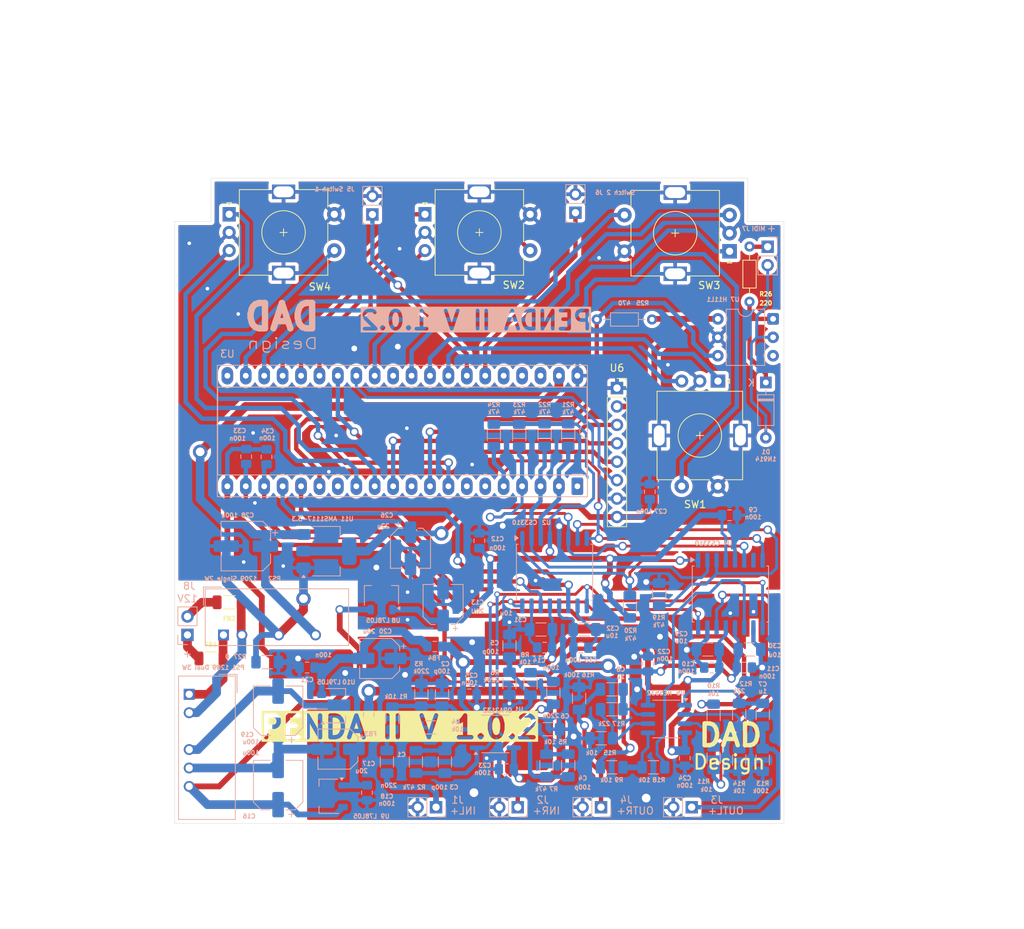
<source format=kicad_pcb>
(kicad_pcb (version 20241229) (generator "pcbnew") (generator_version "9.0")
  (layers (0 "F.Cu" signal) (2 "B.Cu" signal) (13 "F.Paste" user) (15 "B.Paste" user) (5 "F.SilkS" user "F.Silkscreen") (7 "B.SilkS" user "B.Silkscreen") (1 "F.Mask" user) (3 "B.Mask" user) (25 "Edge.Cuts" user))
  (net 0 "")
  (net 1 "Net-(C1-Pad2)")
  (net 2 "Net-(J1-Pin_1)")
  (net 3 "GNDA")
  (net 4 "Net-(U1A-+)")
  (net 5 "Net-(U2A-AINL)")
  (net 6 "Net-(U1A--)")
  (net 7 "Net-(U2B-AINR)")
  (net 8 "Net-(U1B--)")
  (net 9 "Net-(U1B-+)")
  (net 10 "Net-(J2-Pin_1)")
  (net 11 "Net-(C6-Pad2)")
  (net 12 "Net-(C7-Pad2)")
  (net 13 "Net-(J3-Pin_1)")
  (net 14 "Net-(J4-Pin_1)")
  (net 15 "Net-(C8-Pad2)")
  (net 16 "GNDD")
  (net 17 "+5VD")
  (net 18 "-5VA")
  (net 19 "+5VA")
  (net 20 "Net-(U9-OUT)")
  (net 21 "Net-(U10-VO)")
  (net 22 "+3.3VD")
  (net 23 "Net-(D1-A)")
  (net 24 "Net-(D1-K)")
  (net 25 "PG9{slash}D27")
  (net 26 "PA2{slash}D28")
  (net 27 "Net-(J7-Pin_1)")
  (net 28 "/Alim/0V")
  (net 29 "/Alim/+12V")
  (net 30 "Net-(U5B-+)")
  (net 31 "Net-(U5A-+)")
  (net 32 "Net-(U4A-AOUTL)")
  (net 33 "Net-(U5A--)")
  (net 34 "Net-(U5B--)")
  (net 35 "Net-(U4B-AOUTR)")
  (net 36 "Net-(U2C-SDATAO)")
  (net 37 "Net-(U2C-ZCEN)")
  (net 38 "PC11{slash}D1")
  (net 39 "PC10{slash}D2")
  (net 40 "PC9{slash}D3")
  (net 41 "D4")
  (net 42 "D14")
  (net 43 "PD11{slash}D26")
  (net 44 "PA0{slash}D25")
  (net 45 "PA1{slash}D24")
  (net 46 "PA6{slash}D19")
  (net 47 "PA7{slash}D18")
  (net 48 "PB1{slash}D17")
  (net 49 "PA0{slash}D16")
  (net 50 "PA5{slash}D22")
  (net 51 "PC0{slash}D15")
  (net 52 "PG10{slash}D7")
  (net 53 "PB8{slash}D11")
  (net 54 "PB9{slash}D12")
  (net 55 "Net-(U2A-AOUTL)")
  (net 56 "Net-(U2B-AOUTR)")
  (net 57 "Net-(U3A-OUTL)")
  (net 58 "Net-(U3A-OUTR)")
  (net 59 "PC1{slash}D20")
  (net 65 "PG11{slash}D8")
  (net 69 "PB5{slash}D10")
  (net 70 "PC4{slash}D21")
  (net 75 "Net-(PS1-+9V)")
  (net 76 "Net-(PS1--9V)")
  (net 77 "Net-(PS2-+9V)")
  (net 78 "Net-(PS1-+Vin)")
  (net 79 "Net-(PS1--Vin)")
  (footprint "Rotary_Encoder:RotaryEncoder_Alps_EC11E-Switch_Vertical_H20mm" (layer "F.Cu") (at 116.5 45.1 180)
    (property "Reference" "SW3")
    (property "Value" "Encoder2")
  )
  (footprint "Resistor_THT:R_Axial_DIN0204_L3.6mm_D1.6mm_P7.62mm_Horizontal" (layer "F.Cu") (at 119.25 52.06 90)
    (property "Reference" "R26")
    (property "Value" "220")
  )
  (footprint "Connector_PinSocket_2.54mm:PinSocket_1x08_P2.54mm_Vertical" (layer "F.Cu") (at 100.975 63.96)
    (property "Reference" "U6")
    (property "Value" "TFT 2p")
  )
  (footprint "Inductor_SMD:L_1206_3216Metric_Pad1.22x1.90mm_HandSolder" (layer "F.Cu") (at 45 101.25)
    (property "Reference" "FB1")
    (property "Value" "FerriteBead_Small")
  )
  (footprint "Rotary_Encoder:RotaryEncoder_Alps_EC11E-Switch_Vertical_H20mm" (layer "F.Cu") (at 74.5 40)
    (property "Reference" "SW2")
    (property "Value" "Encoder1")
  )
  (footprint "Rotary_Encoder:RotaryEncoder_Alps_EC11E-Switch_Vertical_H20mm" (layer "F.Cu") (at 47.5 40)
    (property "Reference" "SW4")
    (property "Value" "Encoder3")
  )
  (footprint "Rotary_Encoder:RotaryEncoder_Alps_EC11E-Switch_Vertical_H20mm" (layer "F.Cu") (at 114.9 63 -90)
    (property "Reference" "SW1")
    (property "Value" "Encoder0")
  )
  (footprint "Inductor_SMD:L_1206_3216Metric_Pad1.22x1.90mm_HandSolder" (layer "F.Cu") (at 47.5 93.5)
    (property "Reference" "FB2")
    (property "Value" "FerriteBead_Small")
  )
  (footprint "Package_TO_SOT_SMD:SOT-89-3" (layer "B.Cu") (at 61.25 120.25 180)
    (property "Reference" "U9")
    (property "Value" "L78L05_SOT89")
  )
  (footprint "Package_TO_SOT_SMD:SOT-89-3" (layer "B.Cu") (at 62.2 107.75)
    (property "Reference" "U10")
    (property "Value" "L79L05_SOT89")
  )
  (footprint "Package_TO_SOT_SMD:SOT-223-3_TabPin2" (layer "B.Cu") (at 60.9 86.45)
    (property "Reference" "U11")
    (property "Value" "AMS1117-3.3")
  )
  (footprint "Resistor_SMD:R_1206_3216Metric_Pad1.30x1.75mm_HandSolder" (layer "B.Cu") (at 102.75 94.1 90)
    (property "Reference" "R20")
    (property "Value" "47k")
  )
  (footprint "Capacitor_SMD:CP_Elec_5x5.4" (layer "B.Cu") (at 62.5 113.75 180)
    (property "Reference" "C17")
    (property "Value" "20u")
  )
  (footprint "Resistor_SMD:R_1206_3216Metric_Pad1.30x1.75mm_HandSolder" (layer "B.Cu") (at 100.25 108.25 180)
    (property "Reference" "R17")
    (property "Value" "22k")
  )
  (footprint "Resistor_SMD:R_1206_3216Metric_Pad1.30x1.75mm_HandSolder" (layer "B.Cu") (at 114.3 115 -90)
    (property "Reference" "R11")
    (property "Value" "10k")
  )
  (footprint "Resistor_SMD:R_1206_3216Metric_Pad1.30x1.75mm_HandSolder" (layer "B.Cu") (at 114.3 109.1 -90)
    (property "Reference" "R10")
    (property "Value" "10k")
  )
  (footprint "Capacitor_SMD:C_0805_2012Metric_Pad1.18x1.45mm_HandSolder" (layer "B.Cu") (at 82 85 90)
    (property "Reference" "C12")
    (property "Value" "100n")
  )
  (footprint "Capacitor_SMD:C_0805_2012Metric_Pad1.18x1.45mm_HandSolder" (layer "B.Cu") (at 110.325 115 90)
    (property "Reference" "C24")
    (property "Value" "100n")
  )
  (footprint "Resistor_SMD:R_1206_3216Metric_Pad1.30x1.75mm_HandSolder" (layer "B.Cu") (at 106 116.25)
    (property "Reference" "R18")
    (property "Value" "10k")
  )
  (footprint "Resistor_SMD:R_1206_3216Metric_Pad1.30x1.75mm_HandSolder" (layer "B.Cu") (at 87.5 70.5 -90)
    (property "Reference" "R23")
    (property "Value" "47k")
  )
  (footprint "Resistor_SMD:R_1206_3216Metric_Pad1.30x1.75mm_HandSolder" (layer "B.Cu") (at 94.25 70.45 -90)
    (property "Reference" "R21")
    (property "Value" "47k")
  )
  (footprint "Capacitor_SMD:C_0805_2012Metric_Pad1.18x1.45mm_HandSolder" (layer "B.Cu") (at 96 99.75)
    (property "Reference" "C15")
    (property "Value" "100n")
  )
  (footprint "Capacitor_SMD:C_1206_3216Metric_Pad1.33x1.80mm_HandSolder" (layer "B.Cu") (at 86.15 99.5 -90)
    (property "Reference" "C5")
    (property "Value" "100p")
  )
  (footprint "Capacitor_SMD:C_1206_3216Metric_Pad1.33x1.80mm_HandSolder" (layer "B.Cu") (at 119.25 100)
    (property "Reference" "C30")
    (property "Value" "10u")
  )
  (footprint "Capacitor_SMD:C_1206_3216Metric_Pad1.33x1.80mm_HandSolder" (layer "B.Cu") (at 92.2 106 90)
    (property "Reference" "C6")
    (property "Value" "220n")
  )
  (footprint "Package_TO_SOT_SMD:SOT-89-3" (layer "B.Cu") (at 68.5 92.55 90)
    (property "Reference" "U8")
    (property "Value" "L78L05_SOT89")
  )
  (footprint "Resistor_SMD:R_1206_3216Metric_Pad1.30x1.75mm_HandSolder" (layer "B.Cu") (at 121.075 115.25 90)
    (property "Reference" "R13")
    (property "Value" "100k")
  )
  (footprint "Capacitor_SMD:C_1206_3216Metric_Pad1.33x1.80mm_HandSolder" (layer "B.Cu") (at 121.075 109 90)
    (property "Reference" "C7")
    (property "Value" "1u")
  )
  (footprint "Connector_PinHeader_2.54mm:PinHeader_1x02_P2.54mm_Vertical" (layer "B.Cu") (at 41.75 98)
    (property "Reference" "J8")
    (property "Value" "Alim 12V")
  )
  (footprint "Resistor_SMD:R_1206_3216Metric_Pad1.30x1.75mm_HandSolder" (layer "B.Cu") (at 91.5 111)
    (property "Reference" "R5")
    (property "Value" "10k")
  )
  (footprint "Capacitor_SMD:C_1206_3216Metric_Pad1.33x1.80mm_HandSolder" (layer "B.Cu") (at 113.5 100 180)
    (property "Reference" "C29")
    (property "Value" "10u")
  )
  (footprint "Resistor_THT:R_Axial_DIN0204_L3.6mm_D1.6mm_P7.62mm_Horizontal" (layer "B.Cu") (at 98.19 54.5)
    (property "Reference" "R25")
    (property "Value" "470")
  )
  (footprint "Package_DIP:DIP-40_W15.24mm_Socket_LongPads" (layer "B.Cu") (at 95.51 77.5 90)
    (property "Reference" "U3")
    (property "Value" "Daisy Seed")
  )
  (footprint "Resistor_SMD:R_1206_3216Metric_Pad1.30x1.75mm_HandSolder" (layer "B.Cu") (at 89.05 104.75 -90)
    (property "Reference" "R8")
    (property "Value" "10k")
  )
  (footprint "Capacitor_SMD:C_1206_3216Metric_Pad1.33x1.80mm_HandSolder" (layer "B.Cu") (at 94.25 116 -90)
    (property "Reference" "C4")
    (property "Value" "100p")
  )
  (footprint "Resistor_SMD:R_1206_3216Metric_Pad1.30x1.75mm_HandSolder" (layer "B.Cu") (at 91 70.45 -90)
    (property "Reference" "R22")
    (property "Value" "47k")
  )
  (footprint "Capacitor_SMD:CP_Elec_6.3x7.7" (layer "B.Cu") (at 54.25 108.45 90)
    (property "Reference" "C19")
    (property "Value" "100u")
  )
  (footprint "Connector_PinHeader_2.54mm:PinHeader_1x02_P2.54mm_Vertical" (layer "B.Cu") (at 87.29 121.75 90)
    (property "Reference" "J2")
    (property "Value" "Audio_InR")
  )
  (footprint "Resistor_SMD:R_1206_3216Metric_Pad1.30x1.75mm_HandSolder" (layer "B.Cu") (at 117.825 109 -90)
    (property "Reference" "R12")
    (property "Value" "22k")
  )
  (footprint "Resistor_SMD:R_1206_3216Metric_Pad1.30x1.75mm_HandSolder" (layer "B.Cu") (at 106.8 92.4 -90)
    (property "Reference" "R19")
    (property "Value" "47k")
  )
  (footprint "Inductor_SMD:L_0805_2012Metric_Pad1.15x1.40mm_HandSolder" (layer "B.Cu") (at 75.85 99.6)
    (property "Reference" "FB4")
    (property "Value" "FerriteBead_Small")
  )
  (footprint "Capacitor_SMD:CP_Elec_5x5.4" (layer "B.Cu") (at 68.25 101.25 180)
    (property "Reference" "C20")
    (property "Value" "20u")
  )
  (footprint "Capacitor_SMD:CP_Elec_5x5.4" (layer "B.Cu") (at 72.5 86.05 -90)
    (property "Reference" "C26")
    (property "Value" "22u")
  )
  (footprint "Diode_THT:D_DO-35_SOD27_P7.62mm_Horizontal" (layer "B.Cu") (at 121.5 63.19 -90)
    (property "Reference" "D1")
    (property "Value" "1N914")
  )
  (footprint "Connector_PinHeader_2.54mm:PinHeader_1x02_P2.54mm_Vertical" (layer "B.Cu") (at 95.25 39.775)
    (property "Reference" "J6")
    (property "Value" "Switch 2")
  )
  (footprint "Resistor_SMD:R_1206_3216Metric_Pad1.30x1.75mm_HandSolder" (layer "B.Cu") (at 75.25 110.75 180)
    (property "Reference" "R4")
    (property "Value" "10k")
  )
  (footprint "Capacitor_SMD:C_1206_3216Metric_Pad1.33x1.80mm_HandSolder" (layer "B.Cu") (at 69.25 115.5 90)
    (property "Reference" "C1")
    (property "Value" "220n")
  )
  (footprint "Resistor_SMD:R_1206_3216Metric_Pad1.30x1.75mm_HandSolder" (layer "B.Cu") (at 74 106.25 90)
    (property "Reference" "R3")
    (property "Value" "220k")
  )
  (footprint "Capacitor_SMD:C_0805_2012Metric_Pad1.18x1.45mm_HandSolder" (layer "B.Cu") (at 114.0375 102.5 180)
    (property "Reference" "C10")
    (property "Value" "100n")
  )
  (footprint "Capacitor_SMD:C_1206_3216Metric_Pad1.33x1.80mm_HandSolder" (layer "B.Cu") (at 100.25 105.5)
    (property "Reference" "C8")
    (property "Value" "1u")
  )
  (footprint "@Projet:Converter_DCDC_TRACO_TBA2-xxxx_Single_THT" (layer "B.Cu") (at 46.71 98 -90)
    (property "Reference" "PS2")
    (property "Value" "B1209S")
  )
  (footprint "Package_SO:SOP-8_3.76x4.96mm_P1.27mm" (layer "B.Cu") (at 107.7875 109.595 180)
    (property "Reference" "U5")
    (property "Value" "NE5532")
  )
  (footprint "Capacitor_SMD:C_0805_2012Metric_Pad1.18x1.45mm_HandSolder" (layer "B.Cu") (at 105.5 78.25 90)
    (property "Reference" "C27")
    (property "Value" "100n")
  )
  (footprint "Capacitor_SMD:C_0805_2012Metric_Pad1.18x1.45mm_HandSolder" (layer "B.Cu") (at 49.85 73.4 90)
    (property "Reference" "C33")
    (property "Value" "100n")
  )
  (footprint "Package_SO:SOP-8_3.76x4.96mm_P1.27mm" (layer "B.Cu") (at 84.2125 111.655)
    (property "Reference" "U1")
    (property "Value" "OPA2132")
  )
  (footprint "Capacitor_SMD:C_0805_2012Metric_Pad1.18x1.45mm_HandSolder" (layer "B.Cu") (at 52.65 73.45 90)
    (property "Reference" "C34")
    (property "Value" "100n")
  )
  (footprint "Resistor_SMD:R_1206_3216Metric_Pad1.30x1.75mm_HandSolder" (layer "B.Cu") (at 91.25 116 90)
    (property "Reference" "R7")
    (property "Value" "47k")
  )
  (footprint "Resistor_SMD:R_1206_3216Metric_Pad1.30x1.75mm_HandSolder" (layer "B.Cu") (at 100.25 116.25)
    (property "Reference" "R9")
    (property "Value" "10k")
  )
  (footprint "Capacitor_SMD:C_0805_2012Metric_Pad1.18x1.45mm_HandSolder" (layer "B.Cu") (at 66.5 119.75 -90)
    (property "Reference" "C18")
    (property "Value" "100n")
  )
  (footprint "Capacitor_SMD:C_0805_2012Metric_Pad1.18x1.45mm_HandSolder" (layer "B.Cu") (at 118.5375 102.5)
    (property "Reference" "C11")
    (property "Value" "100n")
  )
  (footprint "Capacitor_SMD:C_1206_3216Metric_Pad1.33x1.80mm_HandSolder" (layer "B.Cu") (at 76.85 106.25 -90)
    (property "Reference" "C2")
    (property "Value" "100p")
  )
  (footprint "Resistor_SMD:R_1206_3216Metric_Pad1.30x1.75mm_HandSolder" (layer "B.Cu") (at 84 70.5 -90)
    (property "Reference" "R24")
    (property "Value" "47k" (hide yes))
  )
  (footprint "Resistor_SMD:R_1206_3216Metric_Pad1.30x1.75mm_HandSolder" (layer "B.Cu") (at 117.825 115.25 -90)
    (property "Reference" "R14")
    (property "Value" "10k")
  )
  (footprint "Connector_PinHeader_2.54mm:PinHeader_1x02_P2.54mm_Vertical" (layer "B.Cu") (at 111.275 121.75 90)
    (property "Reference" "J3")
    (property "Value" "Audio_OutL")
  )
  (footprint "Package_SO:SOIC-16W_7.5x10.3mm_P1.27mm" (layer "B.Cu") (at 116.615 92.35 -90)
    (property "Reference" "U4")
    (property "Value" "CS3310")
  )
  (footprint "Capacitor_SMD:C_1206_3216Metric_Pad1.33x1.80mm_HandSolder" (layer "B.Cu") (at 90.5 97.25 180)
    (property "Reference" "C31")
    (property "Value" "10u")
  )
  (footprint "Capacitor_SMD:C_1206_3216Metric_Pad1.33x1.80mm_HandSolder" (layer "B.Cu") (at 96.5 97.25)
    (property "Reference" "C32")
    (property "Value" "10u")
  )
  (footprint "Capacitor_SMD:C_0805_2012Metric_Pad1.18x1.45mm_HandSolder" (layer "B.Cu") (at 105.25 102 90)
    (property "Reference" "C22")
    (property "Value" "100n")
  )
  (footprint "Capacitor_SMD:C_1206_3216Metric_Pad1.33x1.80mm_HandSolder" (layer "B.Cu") (at 77.25 115.5 -90)
    (property "Reference" "C3")
    (property "Value" "100p")
  )
  (footprint "Resistor_SMD:R_1206_3216Metric_Pad1.30x1.75mm_HandSolder" (layer "B.Cu") (at 98.8 112.25 180)
    (property "Reference" "R15")
    (property "Value" "10k")
  )
  (footprint "Capacitor_SMD:CP_Elec_6.3x7.7" (layer "B.Cu") (at 49.8 85.75 180)
    (property "Reference" "C28")
    (property "Value" "100u")
  )
  (footprint "Package_DIP:DIP-6_W7.62mm" (layer "B.Cu") (at 122.5 54.42 180)
    (property "Reference" "U7")
    (property "Value" "H11L1")
  )
  (footprint "Connector_PinHeader_2.54mm:PinHeader_1x02_P2.54mm_Vertical" (layer "B.Cu") (at 76.025 121.75 90)
    (property "Reference" "J1")
    (property "Value" "Audio_InL")
  )
  (footprint "Resistor_SMD:R_1206_3216Metric_Pad1.30x1.75mm_HandSolder" (layer "B.Cu") (at 70 109.5 -90)
    (property "Reference" "R1")
    (property "Value" "10k")
  )
  (footprint "Resistor_SMD:R_1206_3216Metric_Pad1.30x1.75mm_HandSolder" (layer "B.Cu") (at 52.75 101.75)
    (property "Reference" "R27")
    (property "Value" "0")
  )
  (footprint "Resistor_SMD:R_1206_3216Metric_Pad1.30x1.75mm_HandSolder" (layer "B.Cu") (at 73.25 115.5 90)
    (property "Reference" "R2")
    (property "Value" "47k")
  )
  (footprint "Capacitor_SMD:C_0805_2012Metric_Pad1.18x1.45mm_HandSolder" (layer "B.Cu") (at 80.6 106.2 180)
    (property "Reference" "C25")
    (property "Value" "100n")
  )
  (footprint "Resistor_SMD:R_1206_3216Metric_Pad1.30x1.75mm_HandSolder" (layer "B.Cu") (at 95.75 106.75 -90)
    (property "Reference" "R16")
    (property "Value" "100k")
  )
  (footprint "Capacitor_SMD:C_0805_2012Metric_Pad1.18x1.45mm_HandSolder" (layer "B.Cu") (at 58.25 102.5)
    (property "Reference" "C21")
    (property "Value" "100n")
  )
  (footprint "Package_SO:SOIC-16W_7.5x10.3mm_P1.27mm" (layer "B.Cu") (at 92.365 89.35 -90)
    (property "Reference" "U2")
    (property "Value" "CS3310")
  )
  (footprint "Capacitor_SMD:CP_Elec_5x5.4" (layer "B.Cu") (at 77 93.8 90)
    (property "Reference" "C13")
    (property "Value" "20u")
  )
  (footprint "Resistor_SMD:R_1206_3216Metric_Pad1.30x1.75mm_HandSolder" (layer "B.Cu") (at 86.15 104.7 -90)
    (property "Reference" "R6")
    (property "Value" "220k")
  )
  (footprint "Capacitor_SMD:C_0805_2012Metric_Pad1.18x1.45mm_HandSolder" (layer "B.Cu") (at 91 99.75 180)
    (property "Reference" "C14")
    (property "Value" "100n")
  )
  (footprint "Connector_PinHeader_2.54mm:PinHeader_1x02_P2.54mm_Vertical" (layer "B.Cu") (at 121.75 44.475 180)
    (property "Reference" "J7")
    (property "Value" "Jack MIDI")
  )
  (footprint "@Projet:Converter_DCDC_TRACO_TBA2-xxxx_Dual_THT" (layer "B.Cu") (at 41.9875 106.1875 180)
    (property "Reference" "PS1")
    (property "Value" "A1209S 3W")
  )
  (footprint "Inductor_SMD:L_0805_2012Metric_Pad1.15x1.40mm_HandSolder" (layer "B.Cu") (at 66.75 108.975 90)
    (property "Reference" "FB3")
    (property "Value" "FerriteBead_Small")
  )
  (footprint "Connector_PinHeader_2.54mm:PinHeader_1x02_P2.54mm_Vertical" (layer "B.Cu") (at 98.775 121.75 90)
    (property "Reference" "J4")
    (property "Value" "Audio_OutR")
  )
  (footprint "Capacitor_SMD:C_0805_2012Metric_Pad1.18x1.45mm_HandSolder" (layer "B.Cu") (at 85.7125 116.5 180)
    (property "Reference" "C23")
    (property "Value" "100n")
  )
  (footprint "Capacitor_SMD:C_0805_2012Metric_Pad1.18x1.45mm_HandSolder" (layer "B.Cu") (at 116.5 81.5)
    (property "Reference" "C9")
    (property "Value" "100n")
  )
  (footprint "Capacitor_SMD:CP_Elec_6.3x7.7" (layer "B.Cu") (at 54.25 118.7 90)
    (property "Reference" "C16")
    (property "Value" "100u")
  )
  (footprint "Connector_PinHeader_2.54mm:PinHeader_1x02_P2.54mm_Vertical" (layer "B.Cu") (at 67.25 40.025)
    (property "Reference" "J5")
    (property "Value" "Switch 1")
  )
  (gr_line (start 45 41) (end 40 41) (stroke (width 0.05)) (layer "Edge.Cuts"))
  (gr_line (start 124 41) (end 124 124) (stroke (width 0.05)) (layer "Edge.Cuts"))
  (gr_line (start 40 41) (end 40 124) (stroke (width 0.05)) (layer "Edge.Cuts"))
  (gr_line (start 40 124) (end 124 124) (stroke (width 0.05)) (layer "Edge.Cuts"))
  (gr_line (start 124 41) (end 119 41) (stroke (width 0.05)) (layer "Edge.Cuts"))
  (gr_line (start 45 35) (end 45 41) (stroke (width 0.05)) (layer "Edge.Cuts"))
  (gr_line (start 119 41) (end 119 35) (stroke (width 0.05)) (layer "Edge.Cuts"))
  (gr_line (start 119 35) (end 45 35) (stroke (width 0.05)) (layer "Edge.Cuts"))
  (gr_text "Design" (at 111.3 116.7 0) (layer "F.SilkS") (effects (font (size 2 2) (thickness 0.3)) (justify left bottom)))
  (gr_text "PENDA II V 1.0.2" (at 51.5 112.5 0) (layer "F.SilkS" knockout) (effects (font (size 3 3) (thickness 0.6) (bold yes)) (justify left bottom)))
  (gr_text "DAD" (at 111.95 113.6 0) (layer "F.SilkS") (effects (font (size 3 3) (thickness 0.6) (bold yes)) (justify left bottom)))
  (gr_text "PENDA II V 1.0.2" (at 97.8 56.1 0) (layer "B.SilkS" knockout) (effects (font (size 2.5 2.5) (thickness 0.5) (bold yes)) (justify left bottom mirror)))
  (gr_text "DAD" (at 60.35 56.2 0) (layer "B.SilkS") (effects (font (size 3.5 3.5) (thickness 4) (bold yes)) (justify left bottom mirror)))
  (gr_text "+" (at 123 42.5 0) (layer "B.SilkS") (effects (font (size 1 1)) (justify left bottom mirror)))
  (gr_text "Design" (at 59.9 58.7 0) (layer "B.SilkS") (effects (font (size 1.5 2)) (justify left bottom mirror)))
  (segment (start 69.25 112.5) (end 69.25 113.9375) (width 0.6) (layer "B.Cu") (net 1))
  (segment (start 70 111.05) (end 70 111.75) (width 0.6) (layer "B.Cu") (net 1))
  (segment (start 70 111.75) (end 69.25 112.5) (width 0.6) (layer "B.Cu") (net 1))
  (segment (start 69.25 118.25) (end 70 119) (width 0.8) (layer "B.Cu") (net 2))
  (segment (start 75.25 119) (end 76.025 119.775) (width 0.8) (layer "B.Cu") (net 2))
  (segment (start 70 119) (end 75.25 119) (width 0.8) (layer "B.Cu") (net 2))
  (segment (start 69.25 117.0625) (end 69.25 118.25) (width 0.8) (layer "B.Cu") (net 2))
  (segment (start 76.025 119.775) (end 76.025 121.75) (width 0.8) (layer "B.Cu") (net 2))
  (segment (start 47.25 77.5) (end 47.25 88) (width 0.8) (layer "F.Cu") (net 3))
  (segment (start 52 92.75) (end 52 99.75) (width 0.8) (layer "F.Cu") (net 3))
  (segment (start 57 101.25) (end 61.5 101.25) (width 0.8) (layer "F.Cu") (net 3))
  (segment (start 56.5 100.75) (end 57 101.25) (width 0.8) (layer "F.Cu") (net 3))
  (segment (start 53 100.75) (end 56.5 100.75) (width 0.8) (layer "F.Cu") (net 3))
  (segment (start 52 99.75) (end 53 100.75) (width 0.8) (layer "F.Cu") (net 3))
  (segment (start 47.25 88) (end 52 92.75) (width 0.8) (layer "F.Cu") (net 3))
  (segment (start 61.5 101.25) (end 63.5 103.25) (width 0.8) (layer "F.Cu") (net 3))
  (via (at 63.5 103.25) (size 1.2) (drill 0.8) (layers "F.Cu" "B.Cu") (net 3))
  (via (at 57 101.25) (size 1.2) (drill 0.8) (layers "F.Cu" "B.Cu") (net 3))
  (via (at 110.6 100.05) (size 1.2) (drill 0.8) (layers "F.Cu" "B.Cu") (net 3))
  (via (at 86.15 96.25) (size 0.8) (drill 0.5) (layers "F.Cu" "B.Cu") (net 3))
  (via (at 86.15 107.45) (size 0.8) (drill 0.5) (layers "F.Cu" "B.Cu") (net 3))
  (via (at 81.65 108) (size 1.2) (drill 0.8) (layers "F.Cu" "B.Cu") (net 3))
  (via (at 81.25 119.75) (size 2) (drill 1.2) (layers "F.Cu" "B.Cu") (net 3))
  (via (at 116.6 95) (size 0.8) (drill 0.5) (layers "F.Cu" "B.Cu") (net 3))
  (via (at 71.75 103.5) (size 1.2) (drill 0.8) (layers "F.Cu" "B.Cu") (net 3))
  (via (at 119.8 94.8) (size 0.8) (drill 0.5) (layers "F.Cu" "B.Cu") (net 3))
  (via (at 95 112) (size 1.2) (drill 0.8) (layers "F.Cu" "B.Cu") (net 3))
  (via (at 105 120.5) (size 2) (drill 1.2) (layers "F.Cu" "B.Cu") (net 3))
  (via (at 103.75 105.5) (size 1.2) (drill 0.8) (layers "F.Cu" "B.Cu") (net 3))
  (via (at 121 102.5) (size 1.2) (drill 0.8) (layers "F.Cu" "B.Cu") (net 3))
  (via (at 106.9 98.25) (size 1.2) (drill 0.8) (layers "F.Cu" "B.Cu") (net 3))
  (via (at 103.35 101) (size 1.2) (drill 0.8) (layers "F.Cu" "B.Cu") (net 3))
  (via (at 83 115) (size 0.8) (drill 0.5) (layers "F.Cu" "B.Cu") (net 3))
  (via (at 81 99) (size 1.2) (drill 0.8) (layers "F.Cu" "B.Cu") (net 3))
  (segment (start 47.9375 72.3625) (end 47.25 73.05) (width 0.6) (layer "B.Cu") (net 3))
  (segment (start 88.9375 97.25) (end 86.8375 97.25) (width 0.6) (layer "B.Cu") (net 3))
  (segment (start 54.25 113.75) (end 54.25 116) (width 1.2) (layer "B.Cu") (net 3))
  (segment (start 86.8375 97.25) (end 86.15 97.9375) (width 0.6) (layer "B.Cu") (net 3))
  (segment (start 110.65 100) (end 110.6 100.05) (width 0.6) (layer "B.Cu") (net 3))
  (segment (start 98.0625 97.25) (end 98.0625 98.725) (width 0.4) (layer "B.Cu") (net 3))
  (segment (start 53.4025 116.3475) (end 41.9875 116.3475) (width 1.2) (layer "B.Cu") (net 3))
  (segment (start 52.65 72.4125) (end 49.9 72.4125) (width 0.6) (layer "B.Cu") (net 3))
  (segment (start 54.25 116) (end 53.75 116) (width 1.2) (layer "B.Cu") (net 3))
  (segment (start 53.75 116) (end 53.4025 116.3475) (width 1.2) (layer "B.Cu") (net 3))
  (segment (start 47.25 73.05) (end 47.25 77.5) (width 0.6) (layer "B.Cu") (net 3))
  (segment (start 56.4625 101.75) (end 56.5 101.75) (width 0.8) (layer "B.Cu") (net 3))
  (segment (start 120.5 102.5) (end 120.8125 102.1875) (width 0.6) (layer "B.Cu") (net 3))
  (segment (start 119.79 97) (end 119.79 98.9775) (width 0.6) (layer "B.Cu") (net 3))
  (segment (start 98.0625 98.725) (end 97.0375 99.75) (width 0.4) (layer "B.Cu") (net 3))
  (segment (start 113.44 97) (end 113.44 98.4975) (width 0.6) (layer "B.Cu") (net 3))
  (segment (start 89.19 94) (end 89.19 96.9975) (width 0.4) (layer "B.Cu") (net 3))
  (segment (start 54.25 111.15) (end 54.25 113.75) (width 1.2) (layer "B.Cu") (net 3))
  (segment (start 111.9375 101.4375) (end 113 102.5) (width 0.6) (layer "B.Cu") (net 3))
  (segment (start 56.5 101.75) (end 57 101.25) (width 0.8) (layer "B.Cu") (net 3))
  (segment (start 119.79 98.9775) (end 120.8125 100) (width 0.6) (layer "B.Cu") (net 3))
  (segment (start 96.05 105.5) (end 95.75 105.2) (width 0.4) (layer "B.Cu") (net 3))
  (segment (start 49.9 72.4125) (end 49.85 72.3625) (width 0.6) (layer "B.Cu") (net 3))
  (segment (start 54.3 101.75) (end 56.4625 101.75) (width 0.8) (layer "B.Cu") (net 3))
  (segment (start 111.9375 100) (end 110.65 100) (width 0.6) (layer "B.Cu") (net 3))
  (segment (start 120.8125 102.1875) (end 120.8125 100) (width 0.6) (layer "B.Cu") (net 3))
  (segment (start 111.9375 100) (end 111.9375 101.4375) (width 0.6) (layer "B.Cu") (net 3))
  (segment (start 88.9375 97.25) (end 88.9375 98.725) (width 0.4) (layer "B.Cu") (net 3))
  (segment (start 95.54 95.29) (end 97.5 97.25) (width 0.4) (layer "B.Cu") (net 3))
  (segment (start 95.54 94) (end 95.54 95.29) (width 0.4) (layer "B.Cu") (net 3))
  (segment (start 97.5 97.25) (end 98.0625 97.25) (width 0.4) (layer "B.Cu") (net 3))
  (segment (start 119.575 102.5) (end 120.5 102.5) (width 0.6) (layer "B.Cu") (net 3))
  (segment (start 56.4625 101.75) (end 57.2125 102.5) (width 0.8) (layer "B.Cu") (net 3))
  (segment (start 49.85 72.3625) (end 47.9375 72.3625) (width 0.6) (layer "B.Cu") (net 3))
  (segment (start 113.44 98.4975) (end 111.9375 100) (width 0.6) (layer "B.Cu") (net 3))
  (segment (start 54.25 113.75) (end 60.3 113.75) (width 1.2) (layer "B.Cu") (net 3))
  (segment (start 89.19 96.9975) (end 88.9375 97.25) (width 0.4) (layer "B.Cu") (net 3))
  (segment (start 88.9375 98.725) (end 89.9625 99.75) (width 0.4) (layer "B.Cu") (net 3))
  (segment (start 98.0625 97.25) (end 100.2 97.25) (width 1.2) (layer "B.Cu") (net 3))
  (segment (start 73.2625 107.8125) (end 78.0625 107.8125) (width 0.6) (layer "B.Cu") (net 4))
  (segment (start 78.0625 107.8125) (end 79 108.75) (width 0.6) (layer "B.Cu") (net 4))
  (segment (start 73.25 107.8) (end 73.2625 107.8125) (width 0.6) (layer "B.Cu") (net 4))
  (segment (start 79 108.75) (end 79 110.25) (width 0.6) (layer "B.Cu") (net 4))
  (segment (start 70 107.95) (end 70.15 107.8) (width 0.6) (layer "B.Cu") (net 4))
  (segment (start 79.77 111.02) (end 81.675 111.02) (width 0.6) (layer "B.Cu") (net 4))
  (segment (start 79 110.25) (end 79.77 111.02) (width 0.6) (layer "B.Cu") (net 4))
  (segment (start 70.15 107.8) (end 73.25 107.8) (width 0.6) (layer "B.Cu") (net 4))
  (segment (start 97.55 94.5) (end 111.59 94.5) (width 0.4) (layer "F.Cu") (net 5))
  (segment (start 83.55 93.75) (end 83.5 93.8) (width 0.4) (layer "F.Cu") (net 5))
  (segment (start 84.75 93.75) (end 83.55 93.75) (width 0.4) (layer "F.Cu") (net 5))
  (segment (start 86.35 93.45) (end 96.5 93.45) (width 0.4) (layer "F.Cu") (net 5))
  (segment (start 111.59 94.5) (end 112.17 95.08) (width 0.4) (layer "F.Cu") (net 5))
  (segment (start 86.3 93.4) (end 85.1 93.4) (width 0.4) (layer "F.Cu") (net 5))
  (segment (start 85.1 93.4) (end 84.75 93.75) (width 0.4) (layer "F.Cu") (net 5))
  (segment (start 96.5 93.45) (end 97.55 94.5) (width 0.4) (layer "F.Cu") (net 5))
  (segment (start 86.3 93.4) (end 86.35 93.45) (width 0.4) (layer "F.Cu") (net 5))
  (via (at 83.5 93.8) (size 0.8) (drill 0.5) (layers "F.Cu" "B.Cu") (net 5))
  (via (at 112.17 95.08) (size 0.8) (drill 0.5) (layers "F.Cu" "B.Cu") (net 5))
  (via (at 86.3 93.4) (size 0.8) (drill 0.5) (layers "F.Cu" "B.Cu") (net 5))
  (segment (start 87.92 94) (end 86.9 94) (width 0.4) (layer "B.Cu") (net 5))
  (segment (start 80.1875 117.0625) (end 81.675 115.575) (width 0.6) (layer "B.Cu") (net 5))
  (segment (start 73.2625 117.0625) (end 73.25 117.05) (width 0.6) (layer "B.Cu") (net 5))
  (segment (start 83.5 93.8) (end 83.5 112.95) (width 0.4) (layer "B.Cu") (net 5))
  (segment (start 82.89 113.56) (end 81.675 113.56) (width 0.4) (layer "B.Cu") (net 5))
  (segment (start 112.17 97) (end 112.17 95.08) (width 0.4) (layer "B.Cu") (net 5))
  (segment (start 77.25 117.0625) (end 80.1875 117.0625) (width 0.6) (layer "B.Cu") (net 5))
  (segment (start 77.25 117.0625) (end 73.2625 117.0625) (width 0.6) (layer "B.Cu") (net 5))
  (segment (start 86.9 94) (end 86.3 93.4) (width 0.4) (layer "B.Cu") (net 5))
  (segment (start 83.5 112.95) (end 82.89 113.56) (width 0.4) (layer "B.Cu") (net 5))
  (segment (start 81.675 113.56) (end 81.675 115.575) (width 0.6) (layer "B.Cu") (net 5))
  (segment (start 81.675 112.29) (end 78.8975 112.29) (width 0.6) (layer "B.Cu") (net 6))
  (segment (start 76.8 111.8) (end 77.25 112.25) (width 0.8) (layer "B.Cu") (net 6))
  (segment (start 77.25 112.75) (end 77.46875 112.96875) (width 0.6) (layer "B.Cu") (net 6))
  (segment (start 78.8975 112.29) (end 78.21875 112.96875) (width 0.6) (layer "B.Cu") (net 6))
  (segment (start 73.2625 113.9375) (end 73.25 113.95) (width 0.6) (layer "B.Cu") (net 6))
  (segment (start 77.59375 113.09375) (end 77.25 112.75) (width 0.6) (layer "B.Cu") (net 6))
  (segment (start 78.21875 112.96875) (end 78.09375 113.09375) (width 0.6) (layer "B.Cu") (net 6))
  (segment (start 77.46875 112.96875) (end 78.21875 112.96875) (width 0.6) (layer "B.Cu") (net 6))
  (segment (start 76.8 110.75) (end 76.8 111.8) (width 0.8) (layer "B.Cu") (net 6))
  (segment (start 78.09375 113.09375) (end 77.59375 113.09375) (width 0.6) (layer "B.Cu") (net 6))
  (segment (start 77.25 112.75) (end 77.25 113.9375) (width 0.8) (layer "B.Cu") (net 6))
  (segment (start 77.25 112.25) (end 77.25 112.75) (width 0.8) (layer "B.Cu") (net 6))
  (segment (start 77.25 113.9375) (end 73.2625 113.9375) (width 0.6) (layer "B.Cu") (net 6))
  (segment (start 78.09375 113.09375) (end 77.25 113.9375) (width 0.6) (layer "B.Cu") (net 6))
  (segment (start 97.3 91.4) (end 96.85 91.4) (width 0.4) (layer "F.Cu") (net 7))
  (segment (start 96.25 91.4) (end 96.85 91.4) (width 0.4) (layer "F.Cu") (net 7))
  (segment (start 95.25 92.4) (end 96.25 91.4) (width 0.4) (layer "F.Cu") (net 7))
  (segment (start 110.15 93.3) (end 99.2 93.3) (width 0.4) (layer "F.Cu") (net 7))
  (segment (start 84.45 92.4) (end 95.25 92.4) (width 0.4) (layer "F.Cu") (net 7))
  (segment (start 112.65 90.8) (end 110.15 93.3) (width 0.4) (layer "F.Cu") (net 7))
  (segment (start 99.2 93.3) (end 97.3 91.4) (width 0.4) (layer "F.Cu") (net 7))
  (segment (start 121.05 90.8) (end 112.65 90.8) (width 0.4) (layer "F.Cu") (net 7))
  (via (at 121.05 90.8) (size 0.8) (drill 0.5) (layers "F.Cu" "B.Cu") (net 7))
  (via (at 96.85 91.4) (size 0.8) (drill 0.5) (layers "F.Cu" "B.Cu") (net 7))
  (via (at 84.45 92.4) (size 0.8) (drill 0.5) (layers "F.Cu" "B.Cu") (net 7))
  (segment (start 84.449 93.101) (end 84.449 111.149) (width 0.4) (layer "B.Cu") (net 7))
  (segment (start 88.54 112.29) (end 89 112.75) (width 0.6) (layer "B.Cu") (net 7))
  (segment (start 89 112.75) (end 89 117) (width 0.6) (layer "B.Cu") (net 7))
  (segment (start 94.2375 117.55) (end 94.25 117.5625) (width 0.6) (layer "B.Cu") (net 7))
  (segment (start 121.06 93.86) (end 121.06 97) (width 0.4) (layer "B.Cu") (net 7))
  (segment (start 121.05 93.85) (end 121.06 93.86) (width 0.4) (layer "B.Cu") (net 7))
  (segment (start 89.55 117.55) (end 91.25 117.55) (width 0.6) (layer "B.Cu") (net 7))
  (segment (start 84.45 93.1) (end 84.449 93.101) (width 0.4) (layer "B.Cu") (net 7))
  (segment (start 96.85 93.96) (end 96.81 94) (width 0.4) (layer "B.Cu") (net 7))
  (segment (start 121.05 90.8) (end 121.05 93.85) (width 0.4) (layer "B.Cu") (net 7))
  (segment (start 85.59 112.29) (end 86.75 112.29) (width 0.4) (layer "B.Cu") (net 7))
  (segment (start 84.449 111.149) (end 85.59 112.29) (width 0.4) (layer "B.Cu") (net 7))
  (segment (start 89 117) (end 89.55 117.55) (width 0.6) (layer "B.Cu") (net 7))
  (segment (start 86.75 112.29) (end 88.54 112.29) (width 0.6) (layer "B.Cu") (net 7))
  (segment (start 84.45 92.4) (end 84.45 93.1) (width 0.4) (layer "B.Cu") (net 7))
  (segment (start 96.85 91.4) (end 96.85 93.96) (width 0.4) (layer "B.Cu") (net 7))
  (segment (start 91.25 117.55) (end 94.2375 117.55) (width 0.6) (layer "B.Cu") (net 7))
  (segment (start 94.2375 114.45) (end 94.25 114.4375) (width 0.6) (layer "B.Cu") (net 8))
  (segment (start 91.25 112.3) (end 89.95 111) (width 0.6) (layer "B.Cu") (net 8))
  (segment (start 89.93 111.02) (end 89.95 111) (width 0.6) (layer "B.Cu") (net 8))
  (segment (start 86.75 111.02) (end 89.93 111.02) (width 0.6) (layer "B.Cu") (net 8))
  (segment (start 91.25 114.45) (end 94.2375 114.45) (width 0.6) (layer "B.Cu") (net 8))
  (segment (start 91.25 114.45) (end 91.25 112.3) (width 0.6) (layer "B.Cu") (net 8))
  (segment (start 86.15 103.15) (end 87.8 104.8) (width 0.6) (layer "B.Cu") (net 9))
  (segment (start 88.2 108.4) (end 87.5 108.4) (width 0.6) (layer "B.Cu") (net 9))
  (segment (start 86.75 109.15) (end 86.75 109.75) (width 0.6) (layer "B.Cu") (net 9))
  (segment (start 89.05 106.3) (end 87.8 105.05) (width 0.6) (layer "B.Cu") (net 9))
  (segment (start 86.15 101.0625) (end 86.15 103.15) (width 0.8) (layer "B.Cu") (net 9))
  (segment (start 87.5 108.4) (end 86.75 109.15) (width 0.6) (layer "B.Cu") (net 9))
  (segment (start 89.05 106.3) (end 89.05 107.55) (width 0.6) (layer "B.Cu") (net 9))
  (segment (start 87.8 104.8) (end 87.8 105.05) (width 0.6) (layer "B.Cu") (net 9))
  (segment (start 89.05 107.55) (end 88.2 108.4) (width 0.6) (layer "B.Cu") (net 9))
  (segment (start 84.75 117.25) (end 87.29 119.79) (width 0.6) (layer "F.Cu") (net 10))
  (segment (start 90.55 108.25) (end 90.25 108.25) (width 0.6) (layer "F.Cu") (net 10))
  (segment (start 84.75 113.75) (end 84.75 117.25) (width 0.6) (layer "F.Cu") (net 10))
  (segment (start 90.25 108.25) (end 84.75 113.75) (width 0.6) (layer "F.Cu") (net 10))
  (segment (start 87.29 119.79) (end 87.29 121.75) (width 0.6) (layer "F.Cu") (net 10))
  (via (at 90.55 108.25) (size 1.2) (drill 0.8) (layers "F.Cu" "B.Cu") (net 10))
  (segment (start 90.55 108.25) (end 91.5125 108.25) (width 0.8) (layer "B.Cu") (net 10))
  (segment (start 91.5125 108.25) (end 92.2 107.5625) (width 0.8) (layer "B.Cu") (net 10))
  (segment (start 90.9625 103.2) (end 92.2 104.4375) (width 0.6) (layer "B.Cu") (net 11))
  (segment (start 89.05 103.2) (end 90.9625 103.2) (width 0.6) (layer "B.Cu") (net 11))
  (segment (start 117 105.75) (end 111 105.75) (width 0.4) (layer "B.Cu") (net 12))
  (segment (start 117.825 107.45) (end 117.825 106.575) (width 0.4) (layer "B.Cu") (net 12))
  (segment (start 117.825 107.45) (end 121.0625 107.45) (width 0.6) (layer "B.Cu") (net 12))
  (segment (start 111 105.75) (end 110.325 106.425) (width 0.4) (layer "B.Cu") (net 12))
  (segment (start 121.0625 107.45) (end 121.075 107.4375) (width 0.6) (layer "B.Cu") (net 12))
  (segment (start 110.325 106.425) (end 110.325 107.69) (width 0.4) (layer "B.Cu") (net 12))
  (segment (start 117.825 106.575) (end 117 105.75) (width 0.4) (layer "B.Cu") (net 12))
  (segment (start 122.2 113.7) (end 121.075 113.7) (width 0.6) (layer "B.Cu") (net 13))
  (segment (start 121.075 113.7) (end 121.075 110.5625) (width 0.8) (layer "B.Cu") (net 13))
  (segment (start 122.5 113.75) (end 122.25 113.75) (width 0.6) (layer "B.Cu") (net 13))
  (segment (start 122.5 113.75) (end 123.199 114.449) (width 0.6) (layer "B.Cu") (net 13))
  (segment (start 123.199 114.449) (end 123.199 119) (width 0.6) (layer "B.Cu") (net 13))
  (segment (start 123.199 119) (end 120.449 121.75) (width 0.6) (layer "B.Cu") (net 13))
  (segment (start 120.449 121.75) (end 111.275 121.75) (width 0.6) (layer "B.Cu") (net 13))
  (segment (start 122.25 113.75) (end 122.2 113.7) (width 0.6) (layer "B.Cu") (net 13))
  (segment (start 96.5 114.75) (end 96.5 110.5) (width 0.6) (layer "F.Cu") (net 14))
  (segment (start 98.775 121.75) (end 98.775 117.025) (width 0.6) (layer "F.Cu") (net 14))
  (segment (start 98.775 117.025) (end 96.5 114.75) (width 0.6) (layer "F.Cu") (net 14))
  (via (at 96.5 110.5) (size 1.2) (drill 0.8) (layers "F.Cu" "B.Cu") (net 14))
  (segment (start 98.55 105.5) (end 95.75 108.3) (width 0.6) (layer "B.Cu") (net 14))
  (segment (start 95.75 109.75) (end 96.5 110.5) (width 0.6) (layer "B.Cu") (net 14))
  (segment (start 95.75 108.3) (end 95.75 109.75) (width 0.6) (layer "B.Cu") (net 14))
  (segment (start 98.6875 105.5) (end 98.55 105.5) (width 0.6) (layer "B.Cu") (net 14))
  (segment (start 101.8125 105.5) (end 101.8125 108.2375) (width 0.8) (layer "B.Cu") (net 15))
  (segment (start 103 108.25) (end 101.8 108.25) (width 0.4) (layer "B.Cu") (net 15))
  (segment (start 105.25 108.96) (end 103.71 108.96) (width 0.4) (layer "B.Cu") (net 15))
  (segment (start 101.8125 108.2375) (end 101.8 108.25) (width 0.8) (layer "B.Cu") (net 15))
  (segment (start 103.71 108.96) (end 103 108.25) (width 0.4) (layer "B.Cu") (net 15))
  (segment (start 93 83) (end 92.5 82.5) (width 0.6) (layer "F.Cu") (net 16))
  (segment (start 85.675 82.5) (end 85.2125 82.9625) (width 0.6) (layer "F.Cu") (net 16))
  (segment (start 92.5 82.5) (end 85.675 82.5) (width 0.6) (layer "F.Cu") (net 16))
  (segment (start 57.75 94.58) (end 57.75 93) (width 1.2) (layer "F.Cu") (net 16))
  (segment (start 54.33 98) (end 57.75 94.58) (width 1.2) (layer "F.Cu") (net 16))
  (via (at 108 60.75) (size 0.8) (drill 0.5) (layers "F.Cu" "B.Cu") (net 16))
  (via (at 72.1 92.1) (size 0.8) (drill 0.5) (layers "F.Cu" "B.Cu") (net 16))
  (via (at 67.8 88.7) (size 1.2) (drill 0.8) (layers "F.Cu" "B.Cu") (net 16))
  (via (at 72.1 95.9) (size 0.8) (drill 0.5) (layers "F.Cu" "B.Cu") (net 16))
  (via (at 81 74.5) (size 0.8) (drill 0.5) (layers "F.Cu" "B.Cu") (net 16))
  (via (at 105 90.7) (size 1.2) (drill 0.8) (layers "F.Cu" "B.Cu") (net 16))
  (via (at 51.05 79.8) (size 0.8) (drill 0.5) (layers "F.Cu" "B.Cu") (net 16))
  (via (at 81 92) (size 0.8) (drill 0.5) (layers "F.Cu" "B.Cu") (net 16))
  (via (at 48.75 53.75) (size 0.8) (drill 0.5) (layers "F.Cu" "B.Cu") (net 16))
  (via (at 85.2125 82.9625) (size 1.2) (drill 0.8) (layers "F.Cu" "B.Cu") (net 16))
  (via (at 61.25 75.5) (size 0.8) (drill 0.5) (layers "F.Cu" "B.Cu") (net 16))
  (via (at 70.75 58.25) (size 1.2) (drill 0.8) (layers "F.Cu" "B.Cu") (net 16))
  (via (at 64.75 58.5) (size 1.2) (drill 0.8) (layers "F.Cu" "B.Cu") (net 16))
  (via (at 44.5 50.25) (size 0.8) (drill 0.5) (layers "F.Cu" "B.Cu") (net 16))
  (via (at 50.8 70.15) (size 0.8) (drill 0.5) (layers "F.Cu" "B.Cu") (net 16))
  (via (at 42 44) (size 0.8) (drill 0.5) (layers "F.Cu" "B.Cu") (net 16))
  (via (at 71 44.75) (size 0.8) (drill 0.5) (layers "F.Cu" "B.Cu") (net 16))
  (via (at 54.95 88.5) (size 0.8) (drill 0.5) (layers "F.Cu" "B.Cu") (net 16))
  (via (at 57.75 93) (size 2) (drill 1.2) (layers "F.Cu" "B.Cu") (net 16))
  (via (at 89.75 90.5) (size 0.8) (drill 0.5) (layers "F.Cu" "B.Cu") (net 16))
  (via (at 98.5 46) (size 0.8) (drill 0.5) (layers "F.Cu" "B.Cu") (net 16))
  (via (at 72 69.5) (size 0.8) (drill 0.5) (layers "F.Cu" "B.Cu") (net 16))
  (via (at 62.25 70.5) (size 0.8) (drill 0.5) (layers "F.Cu" "B.Cu") (net 16))
  (via (at 49.5 87.95) (size 0.8) (drill 0.5) (layers "F.Cu" "B.Cu") (net 16))
  (via (at 93 83) (size 1.2) (drill 0.8) (layers "F.Cu" "B.Cu") (net 16))
  (segment (start 83.9625 83.9625) (end 82 83.9625) (width 0.6) (layer "B.Cu") (net 16))
  (segment (start 47.1 85.75) (end 47.1 90.77) (width 1.2) (layer "B.Cu") (net 16))
  (segment (start 117.25 84.25) (end 117.25 87.7) (width 0.4) (layer "B.Cu") (net 16))
  (segment (start 47.1 90.77) (end 54.33 98) (width 1.2) (layer "B.Cu") (net 16))
  (segment (start 117.5375 81.5) (end 117.5375 83.9625) (width 0.4) (layer "B.Cu") (net 16))
  (segment (start 51.2 101.75) (end 51.2 98.8) (width 0.8) (layer "B.Cu") (net 16))
  (segment (start 51.2 98.8) (end 52 98) (width 0.8) (layer "B.Cu") (net 16))
  (segment (start 85.2125 82.9625) (end 85.0375 82.9625) (width 0.6) (layer "B.Cu") (net 16))
  (segment (start 85.0375 82.9625) (end 84 84) (width 0.6) (layer "B.Cu") (net 16))
  (segment (start 93 84.7) (end 93 83) (width 0.6) (layer "B.Cu") (net 16))
  (segment (start 84 84) (end 83.9625 83.9625) (width 0.6) (layer "B.Cu") (net 16))
  (segment (start 57.75 93) (end 57.75 88.75) (width 1.2) (layer "B.Cu") (net 16))
  (segment (start 117.5375 83.9625) (end 117.25 84.25) (width 0.4) (layer "B.Cu") (net 16))
  (segment (start 52 98) (end 54.33 98) (width 0.8) (layer "B.Cu") (net 16))
  (segment (start 91.48 87.5) (end 83.5 87.5) (width 0.6) (layer "F.Cu") (net 17))
  (segment (start 99.35 90) (end 100 89.35) (width 0.8) (layer "F.Cu") (net 17))
  (segment (start 100 87.5) (end 93 87.5) (width 0.8) (layer "F.Cu") (net 17))
  (segment (start 100 89.35) (end 100 87.5) (width 0.8) (layer "F.Cu") (net 17))
  (segment (start 99.35 90.9) (end 99.35 90) (width 0.8) (layer "F.Cu") (net 17))
  (segment (start 93 87.5) (end 83.5 87.5) (width 0.8) (layer "F.Cu") (net 17))
  (segment (start 91 87.5) (end 83.5 87.5) (width 0.6) (layer "F.Cu") (net 17))
  (segment (start 93 87.5) (end 91 87.5) (width 0.8) (layer "F.Cu") (net 17))
  (segment (start 91.73 86.48) (end 91.73 87.25) (width 0.8) (layer "F.Cu") (net 17))
  (segment (start 91 87.5) (end 91.48 87.5) (width 0.6) (layer "F.Cu") (net 17))
  (segment (start 91.73 87.25) (end 91.48 87.5) (width 0.6) (layer "F.Cu") (net 17))
  (via (at 91.73 86.48) (size 1.2) (drill 0.8) (layers "F.Cu" "B.Cu") (net 17))
  (via (at 100 87.5) (size 1.2) (drill 0.8) (layers "F.Cu" "B.Cu") (net 17))
  (via (at 99.35 90.9) (size 1.2) (drill 0.8) (layers "F.Cu" "B.Cu") (net 17))
  (via (at 83.5 87.5) (size 1.2) (drill 0.8) (layers "F.Cu" "B.Cu") (net 17))
  (segment (start 93.5 80.25) (end 96.625 80.25) (width 0.4) (layer "B.Cu") (net 17))
  (segment (start 96.625 80.25) (end 97.75 79.125) (width 0.4) (layer "B.Cu") (net 17))
  (segment (start 70 94.5) (end 73.5 94.5) (width 0.8) (layer "B.Cu") (net 17))
  (segment (start 99.35 91.6) (end 100 92.25) (width 0.8) (layer "B.Cu") (net 17))
  (segment (start 112.5 81.5) (end 106.5 87.5) (width 0.8) (layer "B.Cu") (net 17))
  (segment (start 83.5 87.5) (end 83.4625 87.5) (width 0.6) (layer "B.Cu") (net 17))
  (segment (start 75 96) (end 77 96) (width 0.8) (layer "B.Cu") (net 17))
  (segment (start 97.75 75.75) (end 96.75 74.75) (width 0.4) (layer "B.Cu") (net 17))
  (segment (start 96.75 70.25) (end 95.4 68.9) (width 0.4) (layer "B.Cu") (net 17))
  (segment (start 100 93) (end 102.65 95.65) (width 0.8) (layer "B.Cu") (net 17))
  (segment (start 99.35 90.9) (end 99.35 91.6) (width 0.8) (layer "B.Cu") (net 17))
  (segment (start 91.73 82.02) (end 93.5 80.25) (width 0.4) (layer "B.Cu") (net 17))
  (segment (start 83.4625 87.5) (end 82 86.0375) (width 0.6) (layer "B.Cu") (net 17))
  (segment (start 102.65 95.65) (end 102.75 95.65) (width 0.8) (layer "B.Cu") (net 17))
  (segment (start 91 68.9) (end 87.5 68.9) (width 0.6) (layer "B.Cu") (net 17))
  (segment (start 95.4 68.9) (end 94.25 68.9) (width 0.4) (layer "B.Cu") (net 17))
  (segment (start 87.5 68.9) (end 84 68.9) (width 0.6) (layer "B.Cu") (net 17))
  (segment (start 96.75 74.75) (end 96.75 70.25) (width 0.4) (layer "B.Cu") (net 17))
  (segment (start 115.98 84.48) (end 115.4625 83.9625) (width 0.4) (layer "B.Cu") (net 17))
  (segment (start 100 92.25) (end 100 93) (width 0.8) (layer "B.Cu") (net 17))
  (segment (start 115.4625 83.9625) (end 115.4625 81.5) (width 0.4) (layer "B.Cu") (net 17))
  (segment (start 79.5 96) (end 77 96) (width 0.8) (layer "B.Cu") (net 17))
  (segment (start 83.5 92) (end 79.5 96) (width 0.8) (layer "B.Cu") (net 17))
  (segment (start 115.4625 81.5) (end 112.5 81.5) (width 0.8) (layer "B.Cu") (net 17))
  (segment (start 97.75 79.125) (end 97.75 75.75) (width 0.4) (layer "B.Cu") (net 17))
  (segment (start 115.98 87.7) (end 115.98 84.48) (width 0.4) (layer "B.Cu") (net 17))
  (segment (start 73.5 94.5) (end 75 96) (width 0.8) (layer "B.Cu") (net 17))
  (segment (start 91.73 84.7) (end 91.73 86.48) (width 0.6) (layer "B.Cu") (net 17))
  (segment (start 94.25 68.9) (end 91 68.9) (width 0.6) (layer "B.Cu") (net 17))
  (segment (start 106.5 87.5) (end 100 87.5) (width 0.8) (layer "B.Cu") (net 17))
  (segment (start 83.5 87.5) (end 83.5 92) (width 0.8) (layer "B.Cu") (net 17))
  (segment (start 91.73 84.7) (end 91.73 82.02) (width 0.4) (layer "B.Cu") (net 17))
  (segment (start 94.55 98.7) (end 92 101.25) (width 0.8) (layer "F.Cu") (net 18))
  (segment (start 91.5 101.75) (end 79.75 101.75) (width 0.8) (layer "F.Cu") (net 18))
  (segment (start 103.45 98.7) (end 94.55 98.7) (width 0.8) (layer "F.Cu") (net 18))
  (segment (start 92 101.25) (end 91.5 101.75) (width 0.8) (layer "F.Cu") (net 18))
  (segment (start 109.75 105.25) (end 105.75 105.25) (width 0.8) (layer "F.Cu") (net 18))
  (segment (start 109.75 105.25) (end 110.75 104.25) (width 0.8) (layer "F.Cu") (net 18))
  (segment (start 105.25 104.75) (end 105.25 100.5) (width 0.8) (layer "F.Cu") (net 18))
  (segment (start 110.75 105.25) (end 110.75 108.25) (width 0.8) (layer "F.Cu") (net 18))
  (segment (start 110.75 108.25) (end 108.5 110.5) (width 0.8) (layer "F.Cu") (net 18))
  (segment (start 108.5 113.95) (end 108.55 114) (width 0.8) (layer "F.Cu") (net 18))
  (segment (start 105.25 100.5) (end 103.45 98.7) (width 0.8) (layer "F.Cu") (net 18))
  (segment (start 110.75 104.25) (end 110.75 105.25) (width 0.8) (layer "F.Cu") (net 18))
  (segment (start 110.75 105.25) (end 109.75 105.25) (width 0.8) (layer "F.Cu") (net 18))
  (segment (start 105.75 105.25) (end 105.25 104.75) (width 0.8) (layer "F.Cu") (net 18))
  (segment (start 108.5 110.5) (end 108.5 113.95) (width 0.8) (layer "F.Cu") (net 18))
  (via (at 79.75 101.75) (size 2) (drill 1.2) (layers "F.Cu" "B.Cu") (net 18))
  (via (at 108.55 114) (size 1.2) (drill 0.8) (layers "F.Cu" "B.Cu") (net 18))
  (via (at 110.75 104.25) (size 1.2) (drill 0.8) (layers "F.Cu" "B.Cu") (net 18))
  (via (at 92 101.25) (size 1.2) (drill 0.8) (layers "F.Cu" "B.Cu") (net 18))
  (segment (start 79.5 107.05) (end 79.5625 106.9875) (width 0.6) (layer "B.Cu") (net 18))
  (segment (start 115.0625 98.9375) (end 115.0625 100) (width 0.4) (layer "B.Cu") (net 18))
  (segment (start 79.75 106.0125) (end 79.5625 106.2) (width 0.8) (layer "B.Cu") (net 18))
  (segment (start 92.0625 95.8125) (end 92.0625 97.25) (width 0.4) (layer "B.Cu") (net 18))
  (segment (start 91.73 94) (end 91.73 95.48) (width 0.4) (layer "B.Cu") (net 18))
  (segment (start 79.75 101.5) (end 77.85 99.6) (width 1.2) (layer "B.Cu") (net 18))
  (segment (start 79.5625 106.9875) (end 79.5625 106.2) (width 0.6) (layer "B.Cu") (net 18))
  (segment (start 79.75 101.75) (end 79.75 106.0125) (width 0.8) (layer "B.Cu") (net 18))
  (segment (start 115.075 100.0125) (end 115.0625 100) (width 0.8) (layer "B.Cu") (net 18))
  (segment (start 79.5 107.575) (end 79.5 107.05) (width 0.6) (layer "B.Cu") (net 18))
  (segment (start 91.73 95.48) (end 92.0625 95.8125) (width 0.4) (layer "B.Cu") (net 18))
  (segment (start 81.675 109.75) (end 79.5 107.575) (width 0.6) (layer "B.Cu") (net 18))
  (segment (start 115.98 97) (end 115.98 98.02) (width 0.4) (layer "B.Cu") (net 18))
  (segment (start 114 104.25) (end 110.75 104.25) (width 0.6) (layer "B.Cu") (net 18))
  (segment (start 92.0375 101.2125) (end 92 101.25) (width 0.8) (layer "B.Cu") (net 18))
  (segment (start 77.85 99.6) (end 76.875 99.6) (width 1.2) (layer "B.Cu") (net 18))
  (segment (start 92.0375 99.75) (end 92.0375 101.2125) (width 0.8) (layer "B.Cu") (net 18))
  (segment (start 108.5875 113.9625) (end 108.55 114) (width 1.2) (layer "B.Cu") (net 18))
  (segment (start 92.0375 97.275) (end 92.0625 97.25) (width 0.8) (layer "B.Cu") (net 18))
  (segment (start 115.075 102.5) (end 115.075 100.0125) (width 0.8) (layer "B.Cu") (net 18))
  (segment (start 115.075 102.5) (end 115.075 103.175) (width 0.6) (layer "B.Cu") (net 18))
  (segment (start 110.325 111.5) (end 110.325 113.9625) (width 0.8) (layer "B.Cu") (net 18))
  (segment (start 115.075 103.175) (end 114 104.25) (width 0.6) (layer "B.Cu") (net 18))
  (segment (start 79.75 101.75) (end 79.75 101.5) (width 1.2) (layer "B.Cu") (net 18))
  (segment (start 92.0375 99.75) (end 92.0375 97.275) (width 0.8) (layer "B.Cu") (net 18))
  (segment (start 110.325 113.9625) (end 108.5875 113.9625) (width 1.2) (layer "B.Cu") (net 18))
  (segment (start 115.98 98.02) (end 115.0625 98.9375) (width 0.4) (layer "B.Cu") (net 18))
  (segment (start 95 102.25) (end 93.25 104) (width 1.2) (layer "F.Cu") (net 19))
  (segment (start 99.75 102.25) (end 95 102.25) (width 1.2) (layer "F.Cu") (net 19))
  (segment (start 107.7875 102.25) (end 107 103.0375) (width 0.6) (layer "F.Cu") (net 19))
  (segment (start 91.75 117.75) (end 87.5 117.75) (width 1.2) (layer "F.Cu") (net 19))
  (segment (start 93.25 116.25) (end 91.75 117.75) (width 1.2) (layer "F.Cu") (net 19))
  (segment (start 116.75 104) (end 115 102.25) (width 0.6) (layer "F.Cu") (net 19))
  (segment (start 115 102.25) (end 107.7875 102.25) (width 0.6) (layer "F.Cu") (net 19))
  (segment (start 93.25 104) (end 93.25 105.75) (width 1.2) (layer "F.Cu") (net 19))
  (segment (start 66.75 105.75) (end 93.25 105.75) (width 1.2) (layer "F.Cu") (net 19))
  (segment (start 93.25 105.75) (end 93.25 116.25) (width 1.2) (layer "F.Cu") (net 19))
  (via (at 107 103.0375) (size 1.2) (drill 0.8) (layers "F.Cu" "B.Cu") (net 19))
  (via (at 66.75 105.75) (size 2) (drill 1.2) (layers "F.Cu" "B.Cu") (net 19))
  (via (at 116.75 104) (size 1.2) (drill 0.8) (layers "F.Cu" "B.Cu") (net 19))
  (via (at 87.5 117.75) (size 1.2) (drill 0.8) (layers "F.Cu" "B.Cu") (net 19))
  (via (at 99.75 102.25) (size 2) (drill 1.2) (layers "F.Cu" "B.Cu") (net 19))
  (segment (start 94.9625 97.275) (end 94.9375 97.25) (width 0.8) (layer "B.Cu") (net 19))
  (segment (start 94.9625 101.7125) (end 94.9625 99.75) (width 0.8) (layer "B.Cu") (net 19))
  (segment (start 117.6875 98.6875) (end 117.6875 100) (width 0.4) (layer "B.Cu") (net 19))
  (segment (start 86.75 117) (end 87.5 117.75) (width 0.8) (layer "B.Cu") (net 19))
  (segment (start 117.5 103.25) (end 116.75 104) (width 0.6) (layer "B.Cu") (net 19))
  (segment (start 94.9625 99.75) (end 94.9625 97.275) (width 0.8) (layer "B.Cu") (net 19))
  (segment (start 93 95.25) (end 93.5 95.75) (width 0.4) (layer "B.Cu") (net 19))
  (segment (start 99.75 102.25) (end 95.5 102.25) (width 0.8) (layer "B.Cu") (net 19))
  (segment (start 117.5 101.25) (end 117.5 102.5) (width 0.8) (layer "B.Cu") (net 19))
  (segment (start 117.5 102.5) (end 117.5 103.25) (width 0.6) (layer "B.Cu") (net 19))
  (segment (start 94.75 95.75) (end 94.9375 95.9375) (width 0.4) (layer "B.Cu") (net 19))
  (segment (start 66.75 107.95) (end 66.75 105.75) (width 1.2) (layer "B.Cu") (net 19))
  (segment (start 86.75 113.56) (end 86.75 116.5) (width 0.8) (layer "B.Cu") (net 19))
  (segment (start 94.9625 101.7125) (end 95.5 102.25) (width 0.8) (layer "B.Cu") (net 19))
  (segment (start 105.25 103.0375) (end 100.5375 103.0375) (width 0.8) (layer "B.Cu") (net 19))
  (segment (start 117.6875 100) (end 117.6875 101.0625) (width 0.8) (layer "B.Cu") (net 19))
  (segment (start 117.6875 101.0625) (end 117.5 101.25) (width 0.8) (layer "B.Cu") (net 19))
  (segment (start 100.5375 103.0375) (end 99.75 102.25) (width 0.8) (layer "B.Cu") (net 19))
  (segment (start 117.25 98.25) (end 117.6875 98.6875) (width 0.4) (layer "B.Cu") (net 19))
  (segment (start 105.25 103.0375) (end 107 103.0375) (width 0.6) (layer "B.Cu") (net 19))
  (segment (start 105.25 107.69) (end 105.25 103.0375) (width 0.6) (layer "B.Cu") (net 19))
  (segment (start 93 94) (end 93 95.25) (width 0.4) (layer "B.Cu") (net 19))
  (segment (start 86.75 116.5) (end 86.75 117) (width 0.8) (layer "B.Cu") (net 19))
  (segment (start 94.9375 95.9375) (end 94.9375 97.25) (width 0.4) (layer "B.Cu") (net 19))
  (segment (start 117.25 97) (end 117.25 98.25) (width 0.4) (layer "B.Cu") (net 19))
  (segment (start 93.5 95.75) (end 94.75 95.75) (width 0.4) (layer "B.Cu") (net 19))
  (segment (start 64.7 118.7) (end 64.75 118.75) (width 0.8) (layer "B.Cu") (net 20))
  (segment (start 64.7 118) (end 64.7 118.7) (width 0.8) (layer "B.Cu") (net 20))
  (segment (start 63.2 118.75) (end 64.25 118.75) (width 0.8) (layer "B.Cu") (net 20))
  (segment (start 64.7 113.75) (end 64.7 118) (width 0.8) (layer "B.Cu") (net 20))
  (segment (start 64.7 118.3) (end 64.25 118.75) (width 0.8) (layer "B.Cu") (net 20))
  (segment (start 65.45 118.75) (end 64.7 118) (width 0.8) (layer "B.Cu") (net 20))
  (segment (start 64.7 113.75) (end 64.7 118.3) (width 1.2) (layer "B.Cu") (net 20))
  (segment (start 65.5 118.75) (end 66.4625 118.75) (width 0.8) (layer "B.Cu") (net 20))
  (segment (start 66.75 111.7) (end 66.75 110) (width 0.8) (layer "B.Cu") (net 20))
  (segment (start 64.75 118.75) (end 65.5 118.75) (width 0.8) (layer "B.Cu") (net 20))
  (segment (start 66.4625 118.75) (end 66.5 118.7125) (width 0.8) (layer "B.Cu") (net 20))
  (segment (start 64.7 118) (end 64.7 118.3) (width 0.8) (layer "B.Cu") (net 20))
  (segment (start 64.25 118.75) (end 64.75 118.75) (width 0.8) (layer "B.Cu") (net 20))
  (segment (start 66.75 111.7) (end 64.7 113.75) (width 0.8) (layer "B.Cu") (net 20))
  (segment (start 65.5 118.75) (end 65.45 118.75) (width 0.8) (layer "B.Cu") (net 20))
  (segment (start 61.75 102) (end 62.5 101.25) (width 1.2) (layer "B.Cu") (net 21))
  (segment (start 59.2875 102.5) (end 60.25 102.5) (width 1.2) (layer "B.Cu") (net 21))
  (segment (start 72.725 98.725) (end 73.95 98.725) (width 1.2) (layer "B.Cu") (net 21))
  (segment (start 71.5 97.5) (end 72.725 98.725) (width 1.2) (layer "B.Cu") (net 21))
  (segment (start 68 97.5) (end 71.5 97.5) (width 1.2) (layer "B.Cu") (net 21))
  (segment (start 60.25 104) (end 60.25 103.5) (width 1.2) (layer "B.Cu") (net 21))
  (segment (start 60.25 102.5) (end 61.25 102.5) (width 1.2) (layer "B.Cu") (net 21))
  (segment (start 66.05 99.45) (end 68 97.5) (width 1.2) (layer "B.Cu") (net 21))
  (segment (start 60.25 106.25) (end 60.25 104) (width 0.8) (layer "B.Cu") (net 21))
  (segment (start 60.25 103.5) (end 61.75 102) (width 1.2) (layer "B.Cu") (net 21))
  (segment (start 61.25 102.5) (end 61.75 102) (width 1.2) (layer "B.Cu") (net 21))
  (segment (start 73.95 98.725) (end 74.825 99.6) (width 1.2) (layer "B.Cu") (net 21))
  (segment (start 62.5 101.25) (end 66.05 101.25) (width 1.2) (layer "B.Cu") (net 21))
  (segment (start 60.25 102.5) (end 60.25 104) (width 1.2) (layer "B.Cu") (net 21))
  (segment (start 66.05 101.25) (end 66.05 99.45) (width 1.2) (layer "B.Cu") (net 21))
  (segment (start 107.5 81.25) (end 107.01 81.74) (width 0.8) (layer "F.Cu") (net 22))
  (segment (start 109.25 54.42) (end 109.25 55.68) (width 0.8) (layer "F.Cu") (net 22))
  (segment (start 109.25 54.42) (end 109.25 55.25) (width 0.8) (layer "F.Cu") (net 22))
  (segment (start 109.25 54.42) (end 105.89 54.42) (width 0.8) (layer "F.Cu") (net 22))
  (segment (start 97.24 81.74) (end 95.75 80.25) (width 0.8) (layer "F.Cu") (net 22))
  (segment (start 104 72.25) (end 107.5 75.75) (width 0.8) (layer "F.Cu") (net 22))
  (segment (start 104 66.5) (end 100.975 66.5) (width 0.8) (layer "F.Cu") (net 22))
  (segment (start 104 66.5) (end 104 72.25) (width 0.8) (layer "F.Cu") (net 22))
  (segment (start 95.75 80.25) (end 80.5 80.25) (width 0.8) (layer "F.Cu") (net 22))
  (segment (start 106.12 64.38) (end 104 66.5) (width 0.8) (layer "F.Cu") (net 22))
  (segment (start 106.12 58.81) (end 106.12 64.38) (width 0.8) (layer "F.Cu") (net 22))
  (segment (start 107.01 81.74) (end 100.975 81.74) (width 0.8) (layer "F.Cu") (net 22))
  (segment (start 100.975 81.74) (end 97.24 81.74) (width 0.8) (layer "F.Cu") (net 22))
  (segment (start 109.25 55.25) (end 109.465 55.465) (width 0.8) (layer "F.Cu") (net 22))
  (segment (start 107.5 75.75) (end 107.5 81.25) (width 0.8) (layer "F.Cu") (net 22))
  (segment (start 108.84 56.09) (end 106.12 58.81) (width 0.8) (layer "F.Cu") (net 22))
  (segment (start 105.89 54.42) (end 105.81 54.5) (width 0.8) (layer "F.Cu") (net 22))
  (segment (start 110.51 54.42) (end 109.465 55.465) (width 0.8) (layer "F.Cu") (net 22))
  (segment (start 114.88 54.42) (end 109.25 54.42) (width 0.8) (layer "F.Cu") (net 22))
  (segment (start 109.25 55.68) (end 108.84 56.09) (width 0.8) (layer "F.Cu") (net 22))
  (segment (start 80.5 80.25) (end 76.75 84) (width 0.8) (layer "F.Cu") (net 22))
  (segment (start 109.465 55.465) (end 108.84 56.09) (width 0.8) (layer "F.Cu") (net 22))
  (via (at 76.75 84) (size 2) (drill 1.2) (layers "F.Cu" "B.Cu") (net 22))
  (segment (start 64.05 86.45) (end 66.55 86.45) (width 1.2) (layer "B.Cu") (net 22))
  (segment (start 72.65 84) (end 72.5 83.85) (width 0.8) (layer "B.Cu") (net 22))
  (segment (start 105.5 79.2875) (end 105.5 80.5) (width 0.6) (layer "B.Cu") (net 22))
  (segment (start 72.4 83.75) (end 72.5 83.85) (width 1.2) (layer "B.Cu") (net 22))
  (segment (start 104.25 81.75) (end 104.24 81.74) (width 0.6) (layer "B.Cu") (net 22))
  (segment (start 105.5 80.5) (end 104.25 81.75) (width 0.6) (layer "B.Cu") (net 22))
  (segment (start 57.75 86.45) (end 64.05 86.45) (width 1.2) (layer "B.Cu") (net 22))
  (segment (start 104.24 81.74) (end 100.975 81.74) (width 0.6) (layer "B.Cu") (net 22))
  (segment (start 69.25 83.75) (end 72.4 83.75) (width 1.2) (layer "B.Cu") (net 22))
  (segment (start 66.55 86.45) (end 69.25 83.75) (width 1.2) (layer "B.Cu") (net 22))
  (segment (start 76.75 84) (end 72.65 84) (width 0.8) (layer "B.Cu") (net 22))
  (segment (start 120.29 56.96) (end 122.5 56.96) (width 0.4) (layer "B.Cu") (net 23))
  (segment (start 121.5 67.75) (end 121.5 70.81) (width 0.4) (layer "B.Cu") (net 23))
  (segment (start 119.5 65.75) (end 121.5 67.75) (width 0.4) (layer "B.Cu") (net 23))
  (segment (start 120.25 57) (end 119.5 57.75) (width 0.4) (layer "B.Cu") (net 23))
  (segment (start 121.75 47.015) (end 121.75 52.5) (width 0.4) (layer "B.Cu") (net 23))
  (segment (start 120.25 57) (end 120.29 56.96) (width 0.4) (layer "B.Cu") (net 23))
  (segment (start 121.75 52.5) (end 120.25 54) (width 0.4) (layer "B.Cu") (net 23))
  (segment (start 120.25 54) (end 120.25 57) (width 0.4) (layer "B.Cu") (net 23))
  (segment (start 119.5 57.75) (end 119.5 65.75) (width 0.4) (layer "B.Cu") (net 23))
  (segment (start 119.625 53.875) (end 119.25 54.25) (width 0.6) (layer "F.Cu") (net 24))
  (segment (start 120.42 54.42) (end 122.5 54.42) (width 0.6) (layer "F.Cu") (net 24))
  (segment (start 119.42 54.42) (end 119.25 54.25) (width 0.6) (layer "F.Cu") (net 24))
  (segment (start 119.875 53.875) (end 120.42 54.42) (width 0.6) (layer "F.Cu") (net 24))
  (segment (start 119.25 54.25) (end 119.25 59.75) (width 0.6) (layer "F.Cu") (net 24))
  (segment (start 119.875 53.875) (end 119.625 53.875) (width 0.6) (layer "F.Cu") (net 24))
  (segment (start 120.42 54.42) (end 119.42 54.42) (width 0.6) (layer "F.Cu") (net 24))
  (segment (start 119.25 59.75) (end 121.5 62) (width 0.6) (layer "F.Cu") (net 24))
  (segment (start 119.25 53.25) (end 119.875 53.875) (width 0.6) (layer "F.Cu") (net 24))
  (segment (start 121.5 62) (end 121.5 63.19) (width 0.6) (layer "F.Cu") (net 24))
  (segment (start 119.25 53.25) (end 119.25 54.25) (width 0.6) (layer "F.Cu") (net 24))
  (segment (start 119.25 52.06) (end 119.25 53.25) (width 0.6) (layer "F.Cu") (net 24))
  (segment (start 80.27 59.52) (end 80.27 62.26) (width 0.6) (layer "F.Cu") (net 25))
  (segment (start 70.75 49.75) (end 80.25 59.25) (width 0.6) (layer "F.Cu") (net 25))
  (segment (start 80.25 59.5) (end 80.27 59.52) (width 0.6) (layer "F.Cu") (net 25))
  (segment (start 80.25 59.25) (end 80.25 59.5) (width 0.6) (layer "F.Cu") (net 25))
  (via (at 70.75 49.75) (size 1.2) (drill 0.8) (layers "F.Cu" "B.Cu") (net 25))
  (segment (start 67.25 46.25) (end 70.75 49.75) (width 0.6) (layer "B.Cu") (net 25))
  (segment (start 67.25 40.025) (end 67.25 46.25) (width 0.6) (layer "B.Cu") (net 25))
  (segment (start 82.81 58.31) (end 82.81 62.26) (width 0.6) (layer "F.Cu") (net 26))
  (segment (start 95.25 45.75) (end 82.75 58.25) (width 0.6) (layer "F.Cu") (net 26))
  (segment (start 95.25 39.775) (end 95.25 45.75) (width 0.6) (layer "F.Cu") (net 26))
  (segment (start 82.75 58.25) (end 82.81 58.31) (width 0.6) (layer "F.Cu") (net 26))
  (segment (start 121.75 44.475) (end 119.285 44.475) (width 0.6) (layer "F.Cu") (net 27))
  (segment (start 119.285 44.475) (end 119.25 44.44) (width 0.6) (layer "F.Cu") (net 27))
  (segment (start 41.75 95.46) (end 43.46 93.75) (width 1.2) (layer "F.Cu") (net 28))
  (segment (start 43.75 93.5) (end 45.8375 93.5) (width 1.2) (layer "F.Cu") (net 28))
  (segment (start 43.46 93.75) (end 43.5 93.75) (width 1.2) (layer "F.Cu") (net 28))
  (segment (start 43.5 93.75) (end 43.75 93.5) (width 1.2) (layer "F.Cu") (net 28))
  (segment (start 41.75 98) (end 41.75 99.6625) (width 1.2) (layer "F.Cu") (net 29))
  (segment (start 41.75 99.6625) (end 43.3375 101.25) (width 1.2) (layer "F.Cu") (net 29))
  (segment (start 105.25 113.5) (end 104.45 114.3) (width 0.4) (layer "B.Cu") (net 30))
  (segment (start 105.25 111.5) (end 105.25 113.5) (width 0.4) (layer "B.Cu") (net 30))
  (segment (start 104.45 114.3) (end 104.45 116.25) (width 0.4) (layer "B.Cu") (net 30))
  (segment (start 101.8 116.25) (end 104.45 116.25) (width 0.8) (layer "B.Cu") (net 30))
  (segment (start 112.1 110.2) (end 110.355 110.2) (width 0.4) (layer "B.Cu") (net 31))
  (segment (start 110.355 110.2) (end 110.325 110.23) (width 0.4) (layer "B.Cu") (net 31))
  (segment (start 114.3 110.65) (end 114.3 113.45) (width 0.8) (layer "B.Cu") (net 31))
  (segment (start 114.3 110.65) (end 112.55 110.65) (width 0.4) (layer "B.Cu") (net 31))
  (segment (start 112.55 110.65) (end 112.1 110.2) (width 0.4) (layer "B.Cu") (net 31))
  (segment (start 115.5 92.5) (end 121.5 92.5) (width 0.4) (layer "F.Cu") (net 32))
  (segment (start 121.5 92.5) (end 122.5 93.5) (width 0.4) (layer "F.Cu") (net 32))
  (segment (start 122.5 93.5) (end 122.5 105.9) (width 0.4) (layer "F.Cu") (net 32))
  (segment (start 115.3 113.1) (end 115.3 118.6) (width 0.4) (layer "F.Cu") (net 32))
  (segment (start 122.5 105.9) (end 115.3 113.1) (width 0.4) (layer "F.Cu") (net 32))
  (via (at 115.5 92.5) (size 1.2) (drill 0.8) (layers "F.Cu" "B.Cu") (net 32))
  (via (at 115.3 118.6) (size 1.2) (drill 0.8) (layers "F.Cu" "B.Cu") (net 32))
  (segment (start 114.3 117.6) (end 115.3 118.6) (width 0.6) (layer "B.Cu") (net 32))
  (segment (start 114.71 97) (end 114.71 94.54) (width 0.4) (layer "B.Cu") (net 32))
  (segment (start 114.71 94.54) (end 115.5 93.75) (width 0.4) (layer "B.Cu") (net 32))
  (segment (start 115.5 93.75) (end 115.5 92.5) (width 0.4) (layer "B.Cu") (net 32))
  (segment (start 114.3 116.55) (end 114.3 117.6) (width 0.6) (layer "B.Cu") (net 32))
  (segment (start 117.285 108.96) (end 117.825 109.5) (width 0.4) (layer "B.Cu") (net 33))
  (segment (start 110.325 108.96) (end 117.285 108.96) (width 0.4) (layer "B.Cu") (net 33))
  (segment (start 117.825 109.5) (end 117.825 110.55) (width 0.4) (layer "B.Cu") (net 33))
  (segment (start 117.825 113.7) (end 117.825 110.55) (width 0.8) (layer "B.Cu") (net 33))
  (segment (start 105.25 110.23) (end 103.27 110.23) (width 0.4) (layer "B.Cu") (net 34))
  (segment (start 98.7 108.95) (end 100.35 110.6) (width 0.4) (layer "B.Cu") (net 34))
  (segment (start 98.7 108.25) (end 98.7 108.95) (width 0.4) (layer "B.Cu") (net 34))
  (segment (start 101.25 112.25) (end 100.35 112.25) (width 0.4) (layer "B.Cu") (net 34))
  (segment (start 103.27 110.23) (end 101.25 112.25) (width 0.4) (layer "B.Cu") (net 34))
  (segment (start 100.35 110.6) (end 100.35 112.25) (width 0.4) (layer "B.Cu") (net 34))
  (segment (start 108.75 104.55) (end 107.55 105.75) (width 0.4) (layer "B.Cu") (net 35))
  (segment (start 107.55 115.55) (end 107.55 116.25) (width 0.4) (layer "B.Cu") (net 35))
  (segment (start 118.52 91.27) (end 117.75 90.5) (width 0.4) (layer "B.Cu") (net 35))
  (segment (start 108.75 95.35) (end 108.75 104.55) (width 0.4) (layer "B.Cu") (net 35))
  (segment (start 118.52 97) (end 118.52 91.27) (width 0.4) (layer "B.Cu") (net 35))
  (segment (start 113.75 92.25) (end 111.85 92.25) (width 0.4) (layer "B.Cu") (net 35))
  (segment (start 107.55 105.75) (end 107.55 111.75) (width 0.4) (layer "B.Cu") (net 35))
  (segment (start 111.85 92.25) (end 108.75 95.35) (width 0.4) (layer "B.Cu") (net 35))
  (segment (start 107.55 111.75) (end 106.5 112.8) (width 0.4) (layer "B.Cu") (net 35))
  (segment (start 106.5 112.8) (end 106.5 114.5) (width 0.4) (layer "B.Cu") (net 35))
  (segment (start 115.5 90.5) (end 113.75 92.25) (width 0.4) (layer "B.Cu") (net 35))
  (segment (start 106.5 114.5) (end 107.55 115.55) (width 0.4) (layer "B.Cu") (net 35))
  (segment (start 117.75 90.5) (end 115.5 90.5) (width 0.4) (layer "B.Cu") (net 35))
  (segment (start 98.25 82.75) (end 99 83.5) (width 0.4) (layer "F.Cu") (net 36))
  (segment (start 99 83.5) (end 121.75 83.5) (width 0.4) (layer "F.Cu") (net 36))
  (segment (start 95.5 82.75) (end 98.25 82.75) (width 0.4) (layer "F.Cu") (net 36))
  (via (at 95.5 82.75) (size 1.2) (drill 0.8) (layers "F.Cu" "B.Cu") (net 36))
  (via (at 121.75 83.5) (size 1.2) (drill 0.8) (layers "F.Cu" "B.Cu") (net 36))
  (segment (start 123 88.75) (end 122.21 89.54) (width 0.4) (layer "B.Cu") (net 36))
  (segment (start 114.71 87.7) (end 114.71 89.54) (width 0.4) (layer "B.Cu") (net 36))
  (segment (start 95.5 82.75) (end 95.5 83.17) (width 0.4) (layer "B.Cu") (net 36))
  (segment (start 108.25 93.95) (end 106.8 93.95) (width 0.4) (layer "B.Cu") (net 36))
  (segment (start 123 84.75) (end 123 88.75) (width 0.4) (layer "B.Cu") (net 36))
  (segment (start 121.75 83.5) (end 123 84.75) (width 0.4) (layer "B.Cu") (net 36))
  (segment (start 113.25 91) (end 111.2 91) (width 0.4) (layer "B.Cu") (net 36))
  (segment (start 111.2 91) (end 108.25 93.95) (width 0.4) (layer "B.Cu") (net 36))
  (segment (start 114.71 89.54) (end 113.25 91) (width 0.4) (layer "B.Cu") (net 36))
  (segment (start 95.5 83.17) (end 95.54 83.21) (width 0.4) (layer "B.Cu") (net 36))
  (segment (start 122.21 89.54) (end 114.71 89.54) (width 0.4) (layer "B.Cu") (net 36))
  (segment (start 95.54 83.21) (end 95.54 84.7) (width 0.4) (layer "B.Cu") (net 36))
  (segment (start 104.42 87.75) (end 109.67 87.75) (width 0.4) (layer "F.Cu") (net 37))
  (segment (start 102.75 89.42) (end 104.42 87.75) (width 0.4) (layer "F.Cu") (net 37))
  (segment (start 102.75 90.5) (end 102.75 89.42) (width 0.4) (layer "F.Cu") (net 37))
  (via (at 102.75 90.5) (size 1.2) (drill 0.8) (layers "F.Cu" "B.Cu") (net 37))
  (via (at 109.67 87.75) (size 1.2) (drill 0.8) (layers "F.Cu" "B.Cu") (net 37))
  (segment (start 101.75 89.5) (end 90.92 89.5) (width 0.4) (layer "B.Cu") (net 37))
  (segment (start 102.75 90.5) (end 101.75 89.5) (width 0.4) (layer "B.Cu") (net 37))
  (segment (start 102.75 90.5) (end 102.75 92.55) (width 0.6) (layer "B.Cu") (net 37))
  (segment (start 90.92 89.5) (end 87.92 86.5) (width 0.4) (layer "B.Cu") (net 37))
  (segment (start 87.92 86.5) (end 87.92 84.7) (width 0.4) (layer "B.Cu") (net 37))
  (segment (start 109.72 87.7) (end 109.67 87.75) (width 0.4) (layer "B.Cu") (net 37))
  (segment (start 112.17 87.7) (end 109.72 87.7) (width 0.4) (layer "B.Cu") (net 37))
  (segment (start 92.97 77.5) (end 92.97 75.28) (width 0.6) (layer "B.Cu") (net 38))
  (segment (start 92.97 75.28) (end 94.25 74) (width 0.6) (layer "B.Cu") (net 38))
  (segment (start 92.97 79.28) (end 90.46 81.79) (width 0.6) (layer "B.Cu") (net 38))
  (segment (start 90.46 81.79) (end 90.46 84.7) (width 0.6) (layer "B.Cu") (net 38))
  (segment (start 92.97 77.5) (end 92.97 79.28) (width 0.6) (layer "B.Cu") (net 38))
  (segment (start 94.25 74) (end 94.25 72) (width 0.6) (layer "B.Cu") (net 38))
  (segment (start 108.45 88.65) (end 109.9 90.1) (width 0.4) (layer "B.Cu") (net 39))
  (segment (start 113.44 89.31) (end 113.44 87.7) (width 0.4) (layer "B.Cu") (net 39))
  (segment (start 89.19 84.7) (end 89.19 86.27) (width 0.4) (layer "B.Cu") (net 39))
  (segment (start 89.19 86.27) (end 91.57 88.65) (width 0.4) (layer "B.Cu") (net 39))
  (segment (start 90.43 75.32) (end 91 74.75) (width 0.6) (layer "B.Cu") (net 39))
  (segment (start 89.19 80.81) (end 89.19 84.7) (width 0.6) (layer "B.Cu") (net 39))
  (segment (start 90.43 79.57) (end 89.19 80.81) (width 0.6) (layer "B.Cu") (net 39))
  (segment (start 91.57 88.65) (end 108.45 88.65) (width 0.4) (layer "B.Cu") (net 39))
  (segment (start 112.65 90.1) (end 113.44 89.31) (width 0.4) (layer "B.Cu") (net 39))
  (segment (start 90.43 77.5) (end 90.43 79.57) (width 0.6) (layer "B.Cu") (net 39))
  (segment (start 91 74.75) (end 91 72) (width 0.6) (layer "B.Cu") (net 39))
  (segment (start 90.43 77.5) (end 90.43 75.32) (width 0.6) (layer "B.Cu") (net 39))
  (segment (start 109.9 90.1) (end 112.65 90.1) (width 0.4) (layer "B.Cu") (net 39))
  (segment (start 93.75 81.25) (end 85.5 81.25) (width 0.4) (layer "F.Cu") (net 40))
  (segment (start 85.5 81.25) (end 85 81.75) (width 0.4) (layer "F.Cu") (net 40))
  (segment (start 101.75 85.75) (end 118.5 85.75) (width 0.4) (layer "F.Cu") (net 40))
  (segment (start 85 81.75) (end 83.5 81.75) (width 0.4) (layer "F.Cu") (net 40))
  (segment (start 94.25 81.75) (end 93.75 81.25) (width 0.4) (layer "F.Cu") (net 40))
  (via (at 83.5 81.75) (size 1.2) (drill 0.8) (layers "F.Cu" "B.Cu") (net 40))
  (via (at 101.75 85.75) (size 1.2) (drill 0.8) (layers "F.Cu" "B.Cu") (net 40))
  (via (at 94.25 81.75) (size 1.2) (drill 0.8) (layers "F.Cu" "B.Cu") (net 40))
  (via (at 118.5 85.75) (size 1.2) (drill 0.8) (layers "F.Cu" "B.Cu") (net 40))
  (segment (start 99.5 85.75) (end 98.25 87) (width 0.4) (layer "B.Cu") (net 40))
  (segment (start 118.52 87.7) (end 118.52 85.77) (width 0.4) (layer "B.Cu") (net 40))
  (segment (start 85 81.75) (end 85.5 81.25) (width 0.4) (layer "B.Cu") (net 40))
  (segment (start 86.5 81.25) (end 87.89 79.86) (width 0.4) (layer "B.Cu") (net 40))
  (segment (start 94.25 81.75) (end 94.25 82.25) (width 0.4) (layer "B.Cu") (net 40))
  (segment (start 87.5 73.25) (end 87.5 72) (width 0.6) (layer "B.Cu") (net 40))
  (segment (start 87.89 79.86) (end 87.89 77.5) (width 0.4) (layer "B.Cu") (net 40))
  (segment (start 101.75 85.75) (end 99.5 85.75) (width 0.4) (layer "B.Cu") (net 40))
  (segment (start 87.89 77.5) (end 87.89 73.64) (width 0.6) (layer "B.Cu") (net 40))
  (segment (start 83.5 81.75) (end 85 81.75) (width 0.4) (layer "B.Cu") (net 40))
  (segment (start 87.89 73.64) (end 87.5 73.25) (width 0.6) (layer "B.Cu") (net 40))
  (segment (start 98.25 87) (end 95 87) (width 0.4) (layer "B.Cu") (net 40))
  (segment (start 94.25 82.25) (end 94.27 82.27) (width 0.4) (layer "B.Cu") (net 40))
  (segment (start 118.52 85.77) (end 118.5 85.75) (width 0.4) (layer "B.Cu") (net 40))
  (segment (start 95 87) (end 94.27 86.27) (width 0.4) (layer "B.Cu") (net 40))
  (segment (start 94.27 82.27) (end 94.27 84.7) (width 0.4) (layer "B.Cu") (net 40))
  (segment (start 94.27 86.27) (end 94.27 84.7) (width 0.4) (layer "B.Cu") (net 40))
  (segment (start 85.5 81.25) (end 86.5 81.25) (width 0.4) (layer "B.Cu") (net 40))
  (segment (start 98.375 80.25) (end 98.5 80.125) (width 0.4) (layer "F.Cu") (net 41))
  (segment (start 85.35 75.85) (end 85.35 77.5) (width 0.4) (layer "F.Cu") (net 41))
  (segment (start 85.25 75.75) (end 85.35 75.85) (width 0.4) (layer "F.Cu") (net 41))
  (segment (start 97 74) (end 87 74) (width 0.4) (layer "F.Cu") (net 41))
  (segment (start 98.5 75.5) (end 97 74) (width 0.4) (layer "F.Cu") (net 41))
  (segment (start 98.5 80.125) (end 98.5 75.5) (width 0.4) (layer "F.Cu") (net 41))
  (segment (start 87 74) (end 85.25 75.75) (width 0.4) (layer "F.Cu") (net 41))
  (segment (start 98.5 84.7) (end 120.25 84.7) (width 0.4) (layer "F.Cu") (net 41))
  (via (at 98.375 80.25) (size 1.2) (drill 0.8) (layers "F.Cu" "B.Cu") (net 41))
  (via (at 120.25 84.7) (size 1.2) (drill 0.8) (layers "F.Cu" "B.Cu") (net 41))
  (via (at 98.5 84.7) (size 1.2) (drill 0.8) (layers "F.Cu" "B.Cu") (net 41))
  (segment (start 121.06 85.51) (end 120.25 84.7) (width 0.4) (layer "B.Cu") (net 41))
  (segment (start 98.375 80.25) (end 98.375 84.575) (width 0.4) (layer "B.Cu") (net 41))
  (segment (start 98.375 84.575) (end 98.5 84.7) (width 0.4) (layer "B.Cu") (net 41))
  (segment (start 84 74.25) (end 84 72) (width 0.6) (layer "B.Cu") (net 41))
  (segment (start 85.35 77.5) (end 85.35 75.6) (width 0.6) (layer "B.Cu") (net 41))
  (segment (start 96.81 84.7) (end 98.5 84.7) (width 0.4) (layer "B.Cu") (net 41))
  (segment (start 85.35 75.6) (end 84 74.25) (width 0.6) (layer "B.Cu") (net 41))
  (segment (start 121.06 87.7) (end 121.06 85.51) (width 0.4) (layer "B.Cu") (net 41))
  (segment (start 58.25 68.25) (end 94.88 68.25) (width 0.6) (layer "F.Cu") (net 42))
  (segment (start 94.88 68.25) (end 98.19 64.94) (width 0.6) (layer "F.Cu") (net 42))
  (segment (start 56.75 69.75) (end 58.25 68.25) (width 0.6) (layer "F.Cu") (net 42))
  (segment (start 98.19 64.94) (end 98.19 54.5) (width 0.6) (layer "F.Cu") (net 42))
  (segment (start 56.75 72.351) (end 56.75 69.75) (width 0.6) (layer "F.Cu") (net 42))
  (segment (start 59.95 77.5) (end 59.95 75.551) (width 0.6) (layer "F.Cu") (net 42))
  (segment (start 59.95 75.551) (end 56.75 72.351) (width 0.6) (layer "F.Cu") (net 42))
  (segment (start 111.5 56.25) (end 107.5 52.25) (width 0.6) (layer "B.Cu") (net 42))
  (segment (start 113.25 59.5) (end 111.5 57.75) (width 0.6) (layer "B.Cu") (net 42))
  (segment (start 107.5 52.25) (end 100.44 52.25) (width 0.6) (layer "B.Cu") (net 42))
  (segment (start 114.88 59.5) (end 113.25 59.5) (width 0.6) (layer "B.Cu") (net 42))
  (segment (start 111.5 57.75) (end 111.5 56.25) (width 0.6) (layer "B.Cu") (net 42))
  (segment (start 100.44 52.25) (end 98.19 54.5) (width 0.6) (layer "B.Cu") (net 42))
  (segment (start 107.5 63) (end 103 58.5) (width 0.6) (layer "B.Cu") (net 43))
  (segment (start 78.73 58.5) (end 77.73 59.5) (width 0.6) (layer "B.Cu") (net 43))
  (segment (start 103 58.5) (end 78.73 58.5) (width 0.6) (layer "B.Cu") (net 43))
  (segment (start 77.73 59.5) (end 77.73 62.26) (width 0.6) (layer "B.Cu") (net 43))
  (segment (start 109.9 63) (end 107.5 63) (width 0.6) (layer "B.Cu") (net 43))
  (segment (start 104.75 57.25) (end 77.75 57.25) (width 0.6) (layer "B.Cu") (net 44))
  (segment (start 114.9 62.65) (end 111.5 59.25) (width 0.6) (layer "B.Cu") (net 44))
  (segment (start 106.75 59.25) (end 104.75 57.25) (width 0.6) (layer "B.Cu") (net 44))
  (segment (start 114.9 63) (end 114.9 62.65) (width 0.6) (layer "B.Cu") (net 44))
  (segment (start 111.5 59.25) (end 106.75 59.25) (width 0.6) (layer "B.Cu") (net 44))
  (segment (start 77.75 57.25) (end 75.19 59.81) (width 0.6) (layer "B.Cu") (net 44))
  (segment (start 75.19 59.81) (end 75.19 62.26) (width 0.6) (layer "B.Cu") (net 44))
  (segment (start 103.25 49) (end 98 49) (width 0.6) (layer "B.Cu") (net 45))
  (segment (start 75.75 55.75) (end 72.65 58.85) (width 0.6) (layer "B.Cu") (net 45))
  (segment (start 96.75 52.5) (end 93.5 55.75) (width 0.6) (layer "B.Cu") (net 45))
  (segment (start 93.5 55.75) (end 75.75 55.75) (width 0.6) (layer "B.Cu") (net 45))
  (segment (start 109.9 77.5) (end 109.9 74.1) (width 0.6) (layer "B.Cu") (net 45))
  (segment (start 98 49) (end 96.75 50.25) (width 0.6) (layer "B.Cu") (net 45))
  (segment (start 117.5 66.5) (end 117.5 50) (width 0.6) (layer "B.Cu") (net 45))
  (segment (start 106.75 45.5) (end 103.25 49) (width 0.6) (layer "B.Cu") (net 45))
  (segment (start 113 45.5) (end 106.75 45.5) (width 0.6) (layer "B.Cu") (net 45))
  (segment (start 72.65 58.85) (end 72.65 62.26) (width 0.6) (layer "B.Cu") (net 45))
  (segment (start 109.9 74.1) (end 117.5 66.5) (width 0.6) (layer "B.Cu") (net 45))
  (segment (start 96.75 50.25) (end 96.75 52.5) (width 0.6) (layer "B.Cu") (net 45))
  (segment (start 117.5 50) (end 113 45.5) (width 0.6) (layer "B.Cu") (net 45))
  (segment (start 72.75 46.75) (end 69.75 46.75) (width 0.6) (layer "F.Cu") (net 46))
  (segment (start 69.75 46.75) (end 67 49.5) (width 0.6) (layer "F.Cu") (net 46))
  (segment (start 74.5 45) (end 72.75 46.75) (width 0.6) (layer "F.Cu") (net 46))
  (segment (start 67 52.75) (end 59.95 59.8) (width 0.6) (layer "F.Cu") (net 46))
  (segment (start 67 49.5) (end 67 52.75) (width 0.6) (layer "F.Cu") (net 46))
  (segment (start 59.95 59.8) (end 59.95 62.26) (width 0.6) (layer "F.Cu") (net 46))
  (segment (start 65.5 52) (end 57.41 60.09) (width 0.6) (layer "F.Cu") (net 47))
  (segment (start 57.41 60.09) (end 57.41 62.26) (width 0.6) (layer "F.Cu") (net 47))
  (segment (start 71.5 40.5) (end 71.5 42.25) (width 0.6) (layer "F.Cu") (net 47))
  (segment (start 74.5 40) (end 72 40) (width 0.6) (layer "F.Cu") (net 47))
  (segment (start 72 40) (end 71.5 40.5) (width 0.6) (layer "F.Cu") (net 47))
  (segment (start 65.5 48.25) (end 65.5 52) (width 0.6) (layer "F.Cu") (net 47))
  (segment (start 71.5 42.25) (end 65.5 48.25) (width 0.6) (layer "F.Cu") (net 47))
  (segment (start 81.25 41.5) (end 77.5 37.75) (width 0.6) (layer "F.Cu") (net 48))
  (segment (start 71.5 37.75) (end 70 39.25) (width 0.6) (layer "F.Cu") (net 48))
  (segment (start 77.5 37.75) (end 71.5 37.75) (width 0.6) (layer "F.Cu") (net 48))
  (segment (start 54.87 60.38) (end 54.87 62.26) (width 0.6) (layer "F.Cu") (net 48))
  (segment (start 89 45) (end 85.5 41.5) (width 0.6) (layer "F.Cu") (net 48))
  (segment (start 70 39.25) (end 70 42) (width 0.6) (layer "F.Cu") (net 48))
  (segment (start 64.25 47.75) (end 64.25 51) (width 0.6) (layer "F.Cu") (net 48))
  (segment (start 85.5 41.5) (end 81.25 41.5) (width 0.6) (layer "F.Cu") (net 48))
  (segment (start 64.25 51) (end 54.87 60.38) (width 0.6) (layer "F.Cu") (net 48))
  (segment (start 70 42) (end 64.25 47.75) (width 0.6) (layer "F.Cu") (net 48))
  (segment (start 94.25 50.25) (end 91.25 53.25) (width 0.6) (layer "B.Cu") (net 49))
  (segment (start 104.25 42.75) (end 99.5 42.75) (width 0.6) (layer "B.Cu") (net 49))
  (segment (start 116.5 40.1) (end 106.9 40.1) (width 0.6) (layer "B.Cu") (net 49))
  (segment (start 91.25 53.25) (end 58.5 53.25) (width 0.6) (layer "B.Cu") (net 49))
  (segment (start 99.5 42.75) (end 94.25 48) (width 0.6) (layer "B.Cu") (net 49))
  (segment (start 52.33 59.42) (end 52.33 62.26) (width 0.6) (layer "B.Cu") (net 49))
  (segment (start 58.5 53.25) (end 52.33 59.42) (width 0.6) (layer "B.Cu") (net 49))
  (segment (start 106.9 40.1) (end 104.25 42.75) (width 0.6) (layer "B.Cu") (net 49))
  (segment (start 94.25 48) (end 94.25 50.25) (width 0.6) (layer "B.Cu") (net 49))
  (segment (start 111.75 42.25) (end 114.6 45.1) (width 0.6) (layer "B.Cu") (net 50))
  (segment (start 103 47.25) (end 108 42.25) (width 0.6) (layer "B.Cu") (net 50))
  (segment (start 67.57 57.93) (end 71 54.5) (width 0.6) (layer "B.Cu") (net 50))
  (segment (start 92 54.5) (end 95.5 51) (width 0.6) (layer "B.Cu") (net 50))
  (segment (start 108 42.25) (end 111.75 42.25) (width 0.6) (layer "B.Cu") (net 50))
  (segment (start 95.5 49.25) (end 97.5 47.25) (width 0.6) (layer "B.Cu") (net 50))
  (segment (start 97.5 47.25) (end 103 47.25) (width 0.6) (layer "B.Cu") (net 50))
  (segment (start 114.6 45.1) (end 116.5 45.1) (width 0.6) (layer "B.Cu") (net 50))
  (segment (start 71 54.5) (end 92 54.5) (width 0.6) (layer "B.Cu") (net 50))
  (segment (start 95.5 51) (end 95.5 49.25) (width 0.6) (layer "B.Cu") (net 50))
  (segment (start 67.57 62.26) (end 67.57 57.93) (width 0.6) (layer "B.Cu") (net 50))
  (segment (start 92.5 47.75) (end 100.15 40.1) (width 0.6) (layer "B.Cu") (net 51))
  (segment (start 92.5 49.5) (end 92.5 47.75) (width 0.6) (layer "B.Cu") (net 51))
  (segment (start 100.15 40.1) (end 102 40.1) (width 0.6) (layer "B.Cu") (net 51))
  (segment (start 49.79 62.26) (end 49.79 59.71) (width 0.6) (layer "B.Cu") (net 51))
  (segment (start 90.1 52) (end 92.55 49.55) (width 0.6) (layer "B.Cu") (net 51))
  (segment (start 57.5 52) (end 90.1 52) (width 0.6) (layer "B.Cu") (net 51))
  (segment (start 92.55 49.55) (end 92.5 49.5) (width 0.6) (layer "B.Cu") (net 51))
  (segment (start 49.79 59.71) (end 57.5 52) (width 0.6) (layer "B.Cu") (net 51))
  (segment (start 77.75 74.25) (end 63.5 74.25) (width 0.6) (layer "F.Cu") (net 52))
  (segment (start 63.5 74.25) (end 59.75 70.5) (width 0.6) (layer "F.Cu") (net 52))
  (via (at 59.75 70.5) (size 1.2) (drill 0.8) (layers "F.Cu" "B.Cu") (net 52))
  (via (at 77.75 74.25) (size 1.2) (drill 0.8) (layers "F.Cu" "B.Cu") (net 52))
  (segment (start 44.25 63.75) (end 44.25 58.75) (width 0.6) (layer "B.Cu") (net 52))
  (segment (start 77.73 77.5) (end 77.73 74.27) (width 0.6) (layer "B.Cu") (net 52))
  (segment (start 56.2 65.45) (end 45.95 65.45) (width 0.6) (layer "B.Cu") (net 52))
  (segment (start 59.75 70.5) (end 59.75 69) (width 0.6) (layer "B.Cu") (net 52))
  (segment (start 77.73 74.27) (end 77.75 74.25) (width 0.6) (layer "B.Cu") (net 52))
  (segment (start 44.25 58.75) (end 46.5 56.5) (width 0.6) (layer "B.Cu") (net 52))
  (segment (start 50.5 56.5) (end 62 45) (width 0.6) (layer "B.Cu") (net 52))
  (segment (start 46.5 56.5) (end 50.5 56.5) (width 0.6) (layer "B.Cu") (net 52))
  (segment (start 59.75 69) (end 56.2 65.45) (width 0.6) (layer "B.Cu") (net 52))
  (segment (start 45.95 65.45) (end 44.25 63.75) (width 0.6) (layer "B.Cu") (net 52))
  (segment (start 44.25 66.7) (end 43 65.45) (width 0.6) (layer "B.Cu") (net 53))
  (segment (start 48.75 40) (end 47.5 40) (width 0.6) (layer "B.Cu") (net 53))
  (segment (start 64.75 72.5) (end 58.4 72.5) (width 0.6) (layer "B.Cu") (net 53))
  (segment (start 58.4 72.5) (end 57.1 71.2) (width 0.6) (layer "B.Cu") (net 53))
  (segment (start 54.65 66.7) (end 44.25 66.7) (width 0.6) (layer "B.Cu") (net 53))
  (segment (start 43 54) (end 50 47) (width 0.6) (layer "B.Cu") (net 53))
  (segment (start 43 65.45) (end 43 54) (width 0.6) (layer "B.Cu") (net 53))
  (segment (start 57.1 71.2) (end 57.1 69.15) (width 0.6) (layer "B.Cu") (net 53))
  (segment (start 50 41.25) (end 48.75 40) (width 0.6) (layer "B.Cu") (net 53))
  (segment (start 67.57 77.5) (end 67.57 75.32) (width 0.6) (layer "B.Cu") (net 53))
  (segment (start 50 47) (end 50 41.25) (width 0.6) (layer "B.Cu") (net 53))
  (segment (start 67.57 75.32) (end 64.75 72.5) (width 0.6) (layer "B.Cu") (net 53))
  (segment (start 57.1 69.15) (end 54.65 66.7) (width 0.6) (layer "B.Cu") (net 53))
  (segment (start 53.534382 68.184382) (end 43.784382 68.184382) (width 0.6) (layer "B.Cu") (net 54))
  (segment (start 41.5 51) (end 47.5 45) (width 0.6) (layer "B.Cu") (net 54))
  (segment (start 55.25 69.9) (end 53.534382 68.184382) (width 0.6) (layer "B.Cu") (net 54))
  (segment (start 65.03 75.28) (end 63.75 74) (width 0.6) (layer "B.Cu") (net 54))
  (segment (start 56.85 74) (end 55.25 72.4) (width 0.6) (layer "B.Cu") (net 54))
  (segment (start 65.03 77.5) (end 65.03 75.28) (width 0.6) (layer "B.Cu") (net 54))
  (segment (start 55.25 72.4) (end 55.25 69.9) (width 0.6) (layer "B.Cu") (net 54))
  (segment (start 43.784382 68.184382) (end 41.5 65.9) (width 0.6) (layer "B.Cu") (net 54))
  (segment (start 63.75 74) (end 56.85 74) (width 0.6) (layer "B.Cu") (net 54))
  (segment (start 41.5 65.9) (end 41.5 51) (width 0.6) (layer "B.Cu") (net 54))
  (segment (start 79.375 90.625) (end 70.5 81.75) (width 0.6) (layer "F.Cu") (net 55))
  (segment (start 87.625 90.625) (end 79.375 90.625) (width 0.6) (layer "F.Cu") (net 55))
  (segment (start 70.5 81.75) (end 58.25 81.75) (width 0.6) (layer "F.Cu") (net 55))
  (segment (start 57.41 80.91) (end 57.41 77.5) (width 0.6) (layer "F.Cu") (net 55))
  (segment (start 58.25 81.75) (end 57.41 80.91) (width 0.6) (layer "F.Cu") (net 55))
  (via (at 87.625 90.625) (size 1.2) (drill 0.8) (layers "F.Cu" "B.Cu") (net 55))
  (segment (start 90.46 94) (end 90.46 92.46) (width 0.4) (layer "B.Cu") (net 55))
  (segment (start 90.46 92.46) (end 90 92) (width 0.4) (layer "B.Cu") (net 55))
  (segment (start 90 92) (end 89 92) (width 0.4) (layer "B.Cu") (net 55))
  (segment (start 89 92) (end 87.625 90.625) (width 0.4) (layer "B.Cu") (net 55))
  (segment (start 91.25 89.25) (end 80.5 89.25) (width 0.6) (layer "F.Cu") (net 56))
  (segment (start 80.5 89.25) (end 79 87.75) (width 0.6) (layer "F.Cu") (net 56))
  (segment (start 94.3 91.1) (end 93.1 91.1) (width 0.6) (layer "F.Cu") (net 56))
  (segment (start 93.1 91.1) (end 91.25 89.25) (width 0.6) (layer "F.Cu") (net 56))
  (via (at 79 87.75) (size 1.2) (drill 0.8) (layers "F.Cu" "B.Cu") (net 56))
  (via (at 94.3 91.1) (size 1.2) (drill 0.8) (layers "F.Cu" "B.Cu") (net 56))
  (segment (start 94.3 91.1) (end 94.25 91.15) (width 0.6) (layer "B.Cu") (net 56))
  (segment (start 56.25 81.25) (end 54.87 79.87) (width 0.6) (layer "B.Cu") (net 56))
  (segment (start 79 83) (end 77.25 81.25) (width 0.6) (layer "B.Cu") (net 56))
  (segment (start 79 87.75) (end 79 83) (width 0.6) (layer "B.Cu") (net 56))
  (segment (start 77.25 81.25) (end 56.25 81.25) (width 0.6) (layer "B.Cu") (net 56))
  (segment (start 54.87 79.87) (end 54.87 77.5) (width 0.6) (layer "B.Cu") (net 56))
  (segment (start 94.25 93.98) (end 94.27 94) (width 0.6) (layer "B.Cu") (net 56))
  (segment (start 94.25 91.15) (end 94.25 93.98) (width 0.6) (layer "B.Cu") (net 56))
  (segment (start 55.95 83.75) (end 52.33 80.13) (width 0.6) (layer "F.Cu") (net 57))
  (segment (start 69.1 83.75) (end 55.95 83.75) (width 0.6) (layer "F.Cu") (net 57))
  (segment (start 95.7 95.75) (end 94.65 94.7) (width 0.6) (layer "F.Cu") (net 57))
  (segment (start 106.75 95.75) (end 95.7 95.75) (width 0.6) (layer "F.Cu") (net 57))
  (segment (start 84.4 95.35) (end 80.7 95.35) (width 0.6) (layer "F.Cu") (net 57))
  (segment (start 112.65 107.55) (end 116.95 107.55) (width 0.6) (layer "F.Cu") (net 57))
  (segment (start 80.7 95.35) (end 69.1 83.75) (width 0.6) (layer "F.Cu") (net 57))
  (segment (start 52.33 80.13) (end 52.33 77.5) (width 0.6) (layer "F.Cu") (net 57))
  (segment (start 94.65 94.7) (end 85.05 94.7) (width 0.6) (layer "F.Cu") (net 57))
  (segment (start 115.7 98.2) (end 109.2 98.2) (width 0.6) (layer "F.Cu") (net 57))
  (segment (start 118.5 106) (end 118.5 101) (width 0.6) (layer "F.Cu") (net 57))
  (segment (start 116.95 107.55) (end 118.5 106) (width 0.6) (layer "F.Cu") (net 57))
  (segment (start 118.5 101) (end 115.7 98.2) (width 0.6) (layer "F.Cu") (net 57))
  (segment (start 109.2 98.2) (end 106.75 95.75) (width 0.6) (layer "F.Cu") (net 57))
  (segment (start 85.05 94.7) (end 84.4 95.35) (width 0.6) (layer "F.Cu") (net 57))
  (via (at 112.65 107.55) (size 1.2) (drill 0.8) (layers "F.Cu" "B.Cu") (net 57))
  (segment (start 52.33 77.5) (end 52.33 74.8075) (width 0.6) (layer "B.Cu") (net 57))
  (segment (start 114.3 107.55) (end 112.65 107.55) (width 0.4) (layer "B.Cu") (net 57))
  (segment (start 52.33 74.8075) (end 52.65 74.4875) (width 0.6) (layer "B.Cu") (net 57))
  (segment (start 49.79 80.951328) (end 54.438672 85.6) (width 0.6) (layer "F.Cu") (net 58))
  (segment (start 95.227265 99.9) (end 100.7 99.9) (width 0.6) (layer "F.Cu") (net 58))
  (segment (start 101.9 101.1) (end 101.9 112.7) (width 0.6) (layer "F.Cu") (net 58))
  (segment (start 91.627265 103.5) (end 95.227265 99.9) (width 0.6) (layer "F.Cu") (net 58))
  (segment (start 101.9 112.7) (end 102.8 113.6) (width 0.6) (layer "F.Cu") (net 58))
  (segment (start 100.7 99.9) (end 101.9 101.1) (width 0.6) (layer "F.Cu") (net 58))
  (segment (start 49.79 77.5) (end 49.79 80.951328) (width 0.6) (layer "F.Cu") (net 58))
  (segment (start 77.2 94.1) (end 77.2 102.35) (width 0.6) (layer "F.Cu") (net 58))
  (segment (start 54.438672 85.6) (end 68.7 85.6) (width 0.6) (layer "F.Cu") (net 58))
  (segment (start 78.35 103.5) (end 91.627265 103.5) (width 0.6) (layer "F.Cu") (net 58))
  (segment (start 77.2 102.35) (end 78.35 103.5) (width 0.6) (layer "F.Cu") (net 58))
  (segment (start 68.7 85.6) (end 77.2 94.1) (width 0.6) (layer "F.Cu") (net 58))
  (via (at 102.8 113.6) (size 1.2) (drill 0.8) (layers "F.Cu" "B.Cu") (net 58))
  (segment (start 98.7 115.3) (end 99.8 114.2) (width 0.6) (layer "B.Cu") (net 58))
  (segment (start 99.8 114.2) (end 102.2 114.2) (width 0.6) (layer "B.Cu") (net 58))
  (segment (start 49.79 74.4975) (end 49.85 74.4375) (width 0.6) (layer "B.Cu") (net 58))
  (segment (start 102.2 114.2) (end 102.8 113.6) (width 0.6) (layer "B.Cu") (net 58))
  (segment (start 49.79 77.5) (end 49.79 74.4975) (width 0.6) (layer "B.Cu") (net 58))
  (segment (start 98.7 116.25) (end 98.7 115.3) (width 0.6) (layer "B.Cu") (net 58))
  (segment (start 64.75 70) (end 67.5 72.75) (width 0.6) (layer "F.Cu") (net 59))
  (segment (start 99.12 74.12) (end 100.975 74.12) (width 0.6) (layer "F.Cu") (net 59))
  (segment (start 67.5 72.75) (end 97.75 72.75) (width 0.6) (layer "F.Cu") (net 59))
  (segment (start 97.75 72.75) (end 99.12 74.12) (width 0.6) (layer "F.Cu") (net 59))
  (via (at 64.75 70) (size 1.2) (drill 0.8) (layers "F.Cu" "B.Cu") (net 59))
  (segment (start 62.49 67.74) (end 64.75 70) (width 0.6) (layer "B.Cu") (net 59))
  (segment (start 62.49 62.26) (end 62.49 67.74) (width 0.6) (layer "B.Cu") (net 59))
  (segment (start 75.19 70) (end 95.75 70) (width 0.6) (layer "F.Cu") (net 65))
  (segment (start 95.75 70) (end 96.71 69.04) (width 0.6) (layer "F.Cu") (net 65))
  (segment (start 96.71 69.04) (end 100.975 69.04) (width 0.6) (layer "F.Cu") (net 65))
  (via (at 75.19 70) (size 1.2) (drill 0.8) (layers "F.Cu" "B.Cu") (net 65))
  (segment (start 75.19 70) (end 75.19 77.5) (width 0.6) (layer "B.Cu") (net 65))
  (segment (start 70.11 71.25) (end 96.75 71.25) (width 0.6) (layer "F.Cu") (net 69))
  (segment (start 97.08 71.58) (end 100.975 71.58) (width 0.6) (layer "F.Cu") (net 69))
  (segment (start 96.75 71.25) (end 97.08 71.58) (width 0.6) (layer "F.Cu") (net 69))
  (via (at 70.11 71.25) (size 1.2) (drill 0.8) (layers "F.Cu" "B.Cu") (net 69))
  (segment (start 70.11 71.25) (end 70.11 77.5) (width 0.6) (layer "B.Cu") (net 69))
  (segment (start 98.5 69) (end 98.5 74.75) (width 0.4) (layer "B.Cu") (net 70))
  (segment (start 94.75 65.25) (end 98.5 69) (width 0.4) (layer "B.Cu") (net 70))
  (segment (start 66.5 65.25) (end 94.75 65.25) (width 0.4) (layer "B.Cu") (net 70))
  (segment (start 100.41 76.66) (end 100.975 76.66) (width 0.4) (layer "B.Cu") (net 70))
  (segment (start 65.03 62.26) (end 65.03 63.78) (width 0.4) (layer "B.Cu") (net 70))
  (segment (start 65.03 63.78) (end 66.5 65.25) (width 0.4) (layer "B.Cu") (net 70))
  (segment (start 98.5 74.75) (end 100.41 76.66) (width 0.4) (layer "B.Cu") (net 70))
  (segment (start 65.5 100) (end 65.5 103.75) (width 0.8) (layer "F.Cu") (net 75))
  (segment (start 65.5 103.75) (end 61.875 107.375) (width 0.8) (layer "F.Cu") (net 75))
  (segment (start 61.875 107.375) (end 57.625 107.375) (width 0.8) (layer "F.Cu") (net 75))
  (segment (start 46.1125 118.8875) (end 41.9875 118.8875) (width 0.8) (layer "F.Cu") (net 75))
  (segment (start 57.625 107.375) (end 46.1125 118.8875) (width 0.8) (layer "F.Cu") (net 75))
  (segment (start 62.75 94.5) (end 62.75 97.25) (width 0.8) (layer "F.Cu") (net 75))
  (segment (start 62.75 97.25) (end 65.5 100) (width 0.8) (layer "F.Cu") (net 75))
  (via (at 62.75 94.5) (size 1.2) (drill 0.8) (layers "F.Cu" "B.Cu") (net 75))
  (segment (start 57 122.75) (end 55.65 121.4) (width 0.8) (layer "B.Cu") (net 75))
  (segment (start 41.9875 118.8875) (end 44.5 121.4) (width 1.2) (layer "B.Cu") (net 75))
  (segment (start 63.2 121.75) (end 62.2 122.75) (width 0.8) (layer "B.Cu") (net 75))
  (segment (start 62.2 122.75) (end 57 122.75) (width 0.8) (layer "B.Cu") (net 75))
  (segment (start 62.75 94.5) (end 67 94.5) (width 0.8) (layer "B.Cu") (net 75))
  (segment (start 44.5 121.4) (end 54.25 121.4) (width 1.2) (layer "B.Cu") (net 75))
  (segment (start 55.65 121.4) (end 54.25 121.4) (width 0.8) (layer "B.Cu") (net 75))
  (segment (start 56 105.75) (end 54.25 105.75) (width 0.8) (layer "B.Cu") (net 76))
  (segment (start 41.9875 113.8075) (end 43.1925 113.8075) (width 1.2) (layer "B.Cu") (net 76))
  (segment (start 58 107.75) (end 56 105.75) (width 0.8) (layer "B.Cu") (net 76))
  (segment (start 43.1925 113.8075) (end 51.25 105.75) (width 1.2) (layer "B.Cu") (net 76))
  (segment (start 60.3375 107.75) (end 58 107.75) (width 0.8) (layer "B.Cu") (net 76))
  (segment (start 51.25 105.75) (end 54.25 105.75) (width 1.2) (layer "B.Cu") (net 76))
  (segment (start 49.75 66.5) (end 43.5 72.75) (width 1.2) (layer "F.Cu") (net 77))
  (segment (start 90.33 66.5) (end 49.75 66.5) (width 1.2) (layer "F.Cu") (net 77))
  (segment (start 92.97 63.86) (end 90.33 66.5) (width 1.2) (layer "F.Cu") (net 77))
  (segment (start 92.97 62.26) (end 92.97 63.86) (width 1.2) (layer "F.Cu") (net 77))
  (via (at 43.5 72.75) (size 2) (drill 1.2) (layers "F.Cu" "B.Cu") (net 77))
  (segment (start 52.5 84.15) (end 50.9 84.15) (width 1.2) (layer "B.Cu") (net 77))
  (segment (start 49.5 82.75) (end 47 82.75) (width 1.2) (layer "B.Cu") (net 77))
  (segment (start 47 82.75) (end 43.5 79.25) (width 1.2) (layer "B.Cu") (net 77))
  (segment (start 52.5 91.09) (end 59.41 98) (width 1.2) (layer "B.Cu") (net 77))
  (segment (start 52.5 84.15) (end 52.5 85.75) (width 1.2) (layer "B.Cu") (net 77))
  (segment (start 52.5 85.75) (end 52.5 91.09) (width 1.2) (layer "B.Cu") (net 77))
  (segment (start 57.75 84.15) (end 52.5 84.15) (width 1.2) (layer "B.Cu") (net 77))
  (segment (start 43.5 79.25) (end 43.5 72.75) (width 1.2) (layer "B.Cu") (net 77))
  (segment (start 50.9 84.15) (end 49.5 82.75) (width 1.2) (layer "B.Cu") (net 77))
  (segment (start 46.6625 104.0875) (end 44.5 106.25) (width 1.2) (layer "F.Cu") (net 78))
  (segment (start 46.6625 98.0475) (end 46.71 98) (width 1.2) (layer "F.Cu") (net 78))
  (segment (start 44.5 106.25) (end 44.4375 106.1875) (width 1.2) (layer "F.Cu") (net 78))
  (segment (start 46.6625 101.25) (end 46.6625 104.0875) (width 1.2) (layer "F.Cu") (net 78))
  (segment (start 44.4375 106.1875) (end 41.9875 106.1875) (width 1.2) (layer "F.Cu") (net 78))
  (segment (start 46.6625 101.25) (end 46.6625 98.0475) (width 1.2) (layer "F.Cu") (net 78))
  (segment (start 49.1625 97.9125) (end 49.25 98) (width 1.2) (layer "F.Cu") (net 79))
  (segment (start 49.1625 93.5) (end 49.1625 97.9125) (width 1.2) (layer "F.Cu") (net 79))
  (segment (start 45.76283 106.01283) (end 43.04816 108.7275) (width 1.2) (layer "B.Cu") (net 79))
  (segment (start 49.25 98) (end 49.25 100.5) (width 1.2) (layer "B.Cu") (net 79))
  (segment (start 45.76283 103.98717) (end 49.25 100.5) (width 1.2) (layer "B.Cu") (net 79))
  (segment (start 45.76283 106.01283) (end 45.76283 103.98717) (width 1.2) (layer "B.Cu") (net 79))
  (segment (start 43.04816 108.7275) (end 41.9875 108.7275) (width 1.2) (layer "B.Cu") (net 79))
  (zone (net 0) (net_name "") (layer "F.Cu") (connect_pads (clearance 0)) (min_thickness 0.25)
    (keepout (tracks allowed) (vias allowed) (pads allowed) (copperpour not_allowed) (footprints allowed))
    (fill (thermal_gap 0.5) (thermal_bridge_width 0.5))
    (polygon (pts (xy 119.25 95.75) (xy 120.5 95.75) (xy 120.5 99) (xy 120.75 99) (xy 120.75 102.25) (xy 118.75 102.25) (xy 118.75 98.25) (xy 119.25 98.25)))
  )
  (zone (net 16) (net_name "GNDD") (layers "F.Cu" "B.Cu") (priority 1) (connect_pads (clearance 0.5)) (min_thickness 0.25) (fill yes (thermal_gap 0.5) (thermal_bridge_width 0.5))
    (polygon (pts (xy 119 35) (xy 45 35) (xy 45 41) (xy 40 41) (xy 40.25 90.5) (xy 65.25 90.5) (xy 65.25 97.25) (xy 82 97.25) (xy 82 92) (xy 124 91.75) (xy 124 41) (xy 119 41)))
  )
  (zone (net 3) (net_name "GNDA") (layers "F.Cu" "B.Cu") (connect_pads (clearance 0.5)) (min_thickness 0.25) (fill yes (thermal_gap 0.5) (thermal_bridge_width 0.5))
    (polygon (pts (xy 124 124) (xy 58.25 124) (xy 58.25 104) (xy 56 104) (xy 53 104) (xy 53 100) (xy 64.75 100) (xy 64.75 98.25) (xy 82.75 98.25) (xy 82.75 92.25) (xy 124 92)))
  )
  (zone (net 0) (net_name "") (layer "B.Cu") (connect_pads (clearance 0)) (min_thickness 0.25)
    (keepout (tracks allowed) (vias allowed) (pads allowed) (copperpour not_allowed) (footprints allowed))
    (fill (thermal_gap 0.5) (thermal_bridge_width 0.5))
    (polygon (pts (xy 88.55 92.35) (xy 89.8 92.35) (xy 89.8 95.35) (xy 90.856068 95.35) (xy 90.872479 100.902779) (xy 91.3 100.85) (xy 87.8 100.85) (xy 87.8 95.85) (xy 88.55 95.85)))
  )
  (zone (net 0) (net_name "") (layer "B.Cu") (connect_pads (clearance 0)) (min_thickness 0.25)
    (keepout (tracks allowed) (vias allowed) (pads allowed) (copperpour not_allowed) (footprints allowed))
    (fill (thermal_gap 0.5) (thermal_bridge_width 0.5))
    (polygon (pts (xy 96.1 92.75) (xy 94.995285 92.75) (xy 95 95.346873) (xy 97.15 97.45) (xy 97.15 98.25) (xy 96.2 98.9825) (xy 96.2 100.948485) (xy 98.1 101.00606) (xy 98.1 99.47059) (xy 99.25 98.185295) (xy 99.25 95.85) (xy 97.2 95.85) (xy 96.1 95.215625)))
  )
  (zone (net 0) (net_name "") (layer "B.Cu") (connect_pads (clearance 0)) (min_thickness 0.25)
    (keepout (tracks allowed) (vias allowed) (pads allowed) (copperpour not_allowed) (footprints allowed))
    (fill (thermal_gap 0.5) (thermal_bridge_width 0.5))
    (polygon (pts (xy 119.197009 95.4) (xy 119.25 101.6) (xy 118.5375 101.6) (xy 118.5375 103.6) (xy 120.25 103.6) (xy 120.25 101.7) (xy 121.75 101.7) (xy 121.7 98.85) (xy 120.35 98.8) (xy 120.294262 95.4)))
  )
  (zone (net 0) (net_name "") (layer "B.Cu") (connect_pads (clearance 0)) (min_thickness 0.25)
    (keepout (tracks allowed) (vias allowed) (pads allowed) (copperpour not_allowed) (footprints allowed))
    (fill (thermal_gap 0.5) (thermal_bridge_width 0.5))
    (polygon (pts (xy 114.05 95.55) (xy 112.8 95.55) (xy 112.8 98.25) (xy 112.35 98.9) (xy 111.3 98.95) (xy 111.25 101) (xy 111.95 102.35) (xy 111.95 103.5) (xy 114.05 103.45) (xy 114.0375 101.3) (xy 114.1 95.75)))
  )
)
</source>
